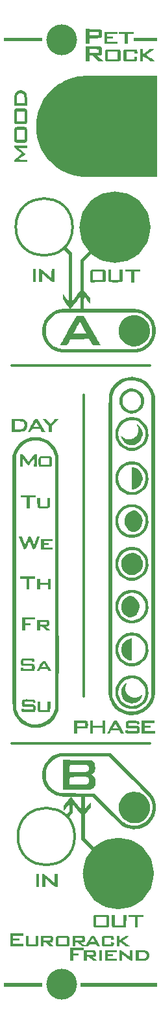
<source format=gts>
G04 #@! TF.GenerationSoftware,KiCad,Pcbnew,8.0.2*
G04 #@! TF.CreationDate,2024-05-01T23:13:20+02:00*
G04 #@! TF.ProjectId,PetRockPanel,50657452-6f63-46b5-9061-6e656c2e6b69,rev?*
G04 #@! TF.SameCoordinates,Original*
G04 #@! TF.FileFunction,Soldermask,Top*
G04 #@! TF.FilePolarity,Negative*
%FSLAX46Y46*%
G04 Gerber Fmt 4.6, Leading zero omitted, Abs format (unit mm)*
G04 Created by KiCad (PCBNEW 8.0.2) date 2024-05-01 23:13:20*
%MOMM*%
%LPD*%
G01*
G04 APERTURE LIST*
%ADD10C,0.360000*%
%ADD11C,4.625339*%
%ADD12C,0.300000*%
%ADD13C,0.000000*%
%ADD14C,4.000000*%
G04 APERTURE END LIST*
D10*
X85217000Y-82550000D02*
X67183000Y-82550000D01*
D11*
X83003530Y-64643000D02*
G75*
G02*
X78378192Y-64643000I-2312669J0D01*
G01*
X78378192Y-64643000D02*
G75*
G02*
X83003530Y-64643000I2312669J0D01*
G01*
D12*
X75158600Y-64617600D02*
G75*
G02*
X67748938Y-64617600I-3704831J0D01*
G01*
X67748938Y-64617600D02*
G75*
G02*
X75158600Y-64617600I3704831J0D01*
G01*
D10*
X76581000Y-86360000D02*
X76581000Y-125476000D01*
X85217000Y-131572000D02*
X67183000Y-131572000D01*
D12*
X75434431Y-143687800D02*
G75*
G02*
X68024769Y-143687800I-3704831J0D01*
G01*
X68024769Y-143687800D02*
G75*
G02*
X75434431Y-143687800I3704831J0D01*
G01*
D11*
X83435330Y-148488400D02*
G75*
G02*
X78809992Y-148488400I-2312669J0D01*
G01*
X78809992Y-148488400D02*
G75*
G02*
X83435330Y-148488400I2312669J0D01*
G01*
D13*
G36*
X70390597Y-70921537D02*
G01*
X70390597Y-71760673D01*
X70196951Y-71760673D01*
X70003304Y-71760673D01*
X70003304Y-70921537D01*
X70003304Y-70082401D01*
X70196951Y-70082401D01*
X70390597Y-70082401D01*
X70390597Y-70921537D01*
G37*
G36*
X70810165Y-149413024D02*
G01*
X70810165Y-150252160D01*
X70616519Y-150252160D01*
X70422872Y-150252160D01*
X70422872Y-149413024D01*
X70422872Y-148573888D01*
X70616519Y-148573888D01*
X70810165Y-148573888D01*
X70810165Y-149413024D01*
G37*
G36*
X71229733Y-40293075D02*
G01*
X71229733Y-40518996D01*
X68712325Y-40518996D01*
X66194918Y-40518996D01*
X66194918Y-40293075D01*
X66194918Y-40067154D01*
X68712325Y-40067154D01*
X71229733Y-40067154D01*
X71229733Y-40293075D01*
G37*
G36*
X71229733Y-162936023D02*
G01*
X71229733Y-163161944D01*
X68712325Y-163161944D01*
X66194918Y-163161944D01*
X66194918Y-162936023D01*
X66194918Y-162710101D01*
X68712325Y-162710101D01*
X71229733Y-162710101D01*
X71229733Y-162936023D01*
G37*
G36*
X78975604Y-159127636D02*
G01*
X78975604Y-159805400D01*
X78798094Y-159805400D01*
X78620585Y-159805400D01*
X78620585Y-159127636D01*
X78620585Y-158449873D01*
X78798094Y-158449873D01*
X78975604Y-158449873D01*
X78975604Y-159127636D01*
G37*
G36*
X86205083Y-40293075D02*
G01*
X86205083Y-40518996D01*
X84672046Y-40518996D01*
X83139009Y-40518996D01*
X83139009Y-40293075D01*
X83139009Y-40067154D01*
X84672046Y-40067154D01*
X86205083Y-40067154D01*
X86205083Y-40293075D01*
G37*
G36*
X86205083Y-162936023D02*
G01*
X86205083Y-163161944D01*
X81186404Y-163161944D01*
X76167726Y-163161944D01*
X76167726Y-162936023D01*
X76167726Y-162710101D01*
X81186404Y-162710101D01*
X86205083Y-162710101D01*
X86205083Y-162936023D01*
G37*
G36*
X70293774Y-110118869D02*
G01*
X70293774Y-110264104D01*
X69906480Y-110264104D01*
X69519187Y-110264104D01*
X69519187Y-110958005D01*
X69519187Y-111651906D01*
X69325540Y-111651906D01*
X69131893Y-111651906D01*
X69131893Y-110958005D01*
X69131893Y-110264104D01*
X68744600Y-110264104D01*
X68357306Y-110264104D01*
X68357306Y-110118869D01*
X68357306Y-109973634D01*
X69325540Y-109973634D01*
X70293774Y-109973634D01*
X70293774Y-110118869D01*
G37*
G36*
X70326048Y-99565120D02*
G01*
X70326048Y-99710356D01*
X69938755Y-99710356D01*
X69551461Y-99710356D01*
X69551461Y-100404256D01*
X69551461Y-101098157D01*
X69357815Y-101098157D01*
X69164168Y-101098157D01*
X69164168Y-100404256D01*
X69164168Y-99710356D01*
X68776874Y-99710356D01*
X68389581Y-99710356D01*
X68389581Y-99565120D01*
X68389581Y-99419885D01*
X69357815Y-99419885D01*
X70326048Y-99419885D01*
X70326048Y-99565120D01*
G37*
G36*
X83139009Y-39437802D02*
G01*
X83139009Y-39583037D01*
X82767853Y-39583037D01*
X82396696Y-39583037D01*
X82396696Y-40228526D01*
X82396696Y-40874015D01*
X82186912Y-40874015D01*
X81977128Y-40874015D01*
X81977128Y-40228526D01*
X81977128Y-39583037D01*
X81589835Y-39583037D01*
X81202541Y-39583037D01*
X81202541Y-39437802D01*
X81202541Y-39292566D01*
X82170775Y-39292566D01*
X83139009Y-39292566D01*
X83139009Y-39437802D01*
G37*
G36*
X83978145Y-70259911D02*
G01*
X83978145Y-70405146D01*
X83590851Y-70405146D01*
X83203558Y-70405146D01*
X83203558Y-71099047D01*
X83203558Y-71792948D01*
X83009911Y-71792948D01*
X82816264Y-71792948D01*
X82816264Y-71099047D01*
X82816264Y-70405146D01*
X82428971Y-70405146D01*
X82041677Y-70405146D01*
X82041677Y-70259911D01*
X82041677Y-70114676D01*
X83009911Y-70114676D01*
X83978145Y-70114676D01*
X83978145Y-70259911D01*
G37*
G36*
X84429987Y-153979860D02*
G01*
X84429987Y-154125095D01*
X84042694Y-154125095D01*
X83655400Y-154125095D01*
X83655400Y-154818996D01*
X83655400Y-155512897D01*
X83461754Y-155512897D01*
X83268107Y-155512897D01*
X83268107Y-154818996D01*
X83268107Y-154125095D01*
X82880813Y-154125095D01*
X82493520Y-154125095D01*
X82493520Y-153979860D01*
X82493520Y-153834625D01*
X83461754Y-153834625D01*
X84429987Y-153834625D01*
X84429987Y-153979860D01*
G37*
G36*
X70293774Y-115411880D02*
G01*
X70293774Y-115557115D01*
X69632147Y-115557115D01*
X68970521Y-115557115D01*
X68970521Y-115783037D01*
X68970521Y-116008958D01*
X69325540Y-116008958D01*
X69680559Y-116008958D01*
X69680559Y-116154193D01*
X69680559Y-116299428D01*
X69325540Y-116299428D01*
X68970521Y-116299428D01*
X68970521Y-116622173D01*
X68970521Y-116944917D01*
X68776874Y-116944917D01*
X68583228Y-116944917D01*
X68583228Y-116105781D01*
X68583228Y-115266645D01*
X69438501Y-115266645D01*
X70293774Y-115266645D01*
X70293774Y-115411880D01*
G37*
G36*
X76587294Y-158272363D02*
G01*
X76587294Y-158417598D01*
X75925667Y-158417598D01*
X75264041Y-158417598D01*
X75264041Y-158643519D01*
X75264041Y-158869441D01*
X75619060Y-158869441D01*
X75974079Y-158869441D01*
X75974079Y-159014676D01*
X75974079Y-159159911D01*
X75619060Y-159159911D01*
X75264041Y-159159911D01*
X75264041Y-159482655D01*
X75264041Y-159805400D01*
X75070394Y-159805400D01*
X74876747Y-159805400D01*
X74876747Y-158966264D01*
X74876747Y-158127128D01*
X75732020Y-158127128D01*
X76587294Y-158127128D01*
X76587294Y-158272363D01*
G37*
G36*
X83082287Y-95811108D02*
G01*
X83353710Y-95879154D01*
X83602025Y-96001097D01*
X83821433Y-96168950D01*
X84006138Y-96374727D01*
X84150341Y-96610443D01*
X84248244Y-96868110D01*
X84294051Y-97139743D01*
X84281963Y-97417355D01*
X84275575Y-97454881D01*
X84189099Y-97757028D01*
X84051133Y-98024320D01*
X83866442Y-98252134D01*
X83639789Y-98435848D01*
X83375937Y-98570840D01*
X83079650Y-98652486D01*
X83034117Y-98659645D01*
X82880813Y-98681528D01*
X82880813Y-97232541D01*
X82880813Y-95783555D01*
X83082287Y-95811108D01*
G37*
G36*
X68744600Y-156400444D02*
G01*
X68744600Y-156545680D01*
X68082973Y-156545680D01*
X67421347Y-156545680D01*
X67421347Y-156723189D01*
X67421347Y-156900699D01*
X67808640Y-156900699D01*
X68195934Y-156900699D01*
X68195934Y-157045934D01*
X68195934Y-157191169D01*
X67808640Y-157191169D01*
X67421347Y-157191169D01*
X67421347Y-157400953D01*
X67421347Y-157610737D01*
X68099111Y-157610737D01*
X68776874Y-157610737D01*
X68776874Y-157772109D01*
X68776874Y-157933481D01*
X67905464Y-157933481D01*
X67034053Y-157933481D01*
X67034053Y-157094345D01*
X67034053Y-156255209D01*
X67889327Y-156255209D01*
X68744600Y-156255209D01*
X68744600Y-156400444D01*
G37*
G36*
X70906989Y-110554574D02*
G01*
X70906989Y-110812770D01*
X71423380Y-110812770D01*
X71939771Y-110812770D01*
X71939771Y-110554574D01*
X71939771Y-110296378D01*
X72117281Y-110296378D01*
X72294790Y-110296378D01*
X72294790Y-110974142D01*
X72294790Y-111651906D01*
X72117281Y-111651906D01*
X71939771Y-111651906D01*
X71939771Y-111361436D01*
X71939771Y-111070965D01*
X71423380Y-111070965D01*
X70906989Y-111070965D01*
X70906989Y-111361436D01*
X70906989Y-111651906D01*
X70729479Y-111651906D01*
X70551970Y-111651906D01*
X70551970Y-110974142D01*
X70551970Y-110296378D01*
X70729479Y-110296378D01*
X70906989Y-110296378D01*
X70906989Y-110554574D01*
G37*
G36*
X72552986Y-105197014D02*
G01*
X72552986Y-105326112D01*
X71988183Y-105326112D01*
X71423380Y-105326112D01*
X71423380Y-105455209D01*
X71423380Y-105584307D01*
X71746125Y-105584307D01*
X72068869Y-105584307D01*
X72068869Y-105713405D01*
X72068869Y-105842503D01*
X71746125Y-105842503D01*
X71423380Y-105842503D01*
X71423380Y-106003875D01*
X71423380Y-106165248D01*
X72004320Y-106165248D01*
X72585261Y-106165248D01*
X72585261Y-106294345D01*
X72585261Y-106423443D01*
X71826811Y-106423443D01*
X71068361Y-106423443D01*
X71068361Y-105745680D01*
X71068361Y-105067916D01*
X71810674Y-105067916D01*
X72552986Y-105067916D01*
X72552986Y-105197014D01*
G37*
G36*
X77813723Y-128983291D02*
G01*
X77813723Y-129306035D01*
X78426938Y-129306035D01*
X79040153Y-129306035D01*
X79040153Y-128983291D01*
X79040153Y-128660546D01*
X79233799Y-128660546D01*
X79427446Y-128660546D01*
X79427446Y-129499682D01*
X79427446Y-130338818D01*
X79233799Y-130338818D01*
X79040153Y-130338818D01*
X79040153Y-129967662D01*
X79040153Y-129596505D01*
X78426938Y-129596505D01*
X77813723Y-129596505D01*
X77813723Y-129967662D01*
X77813723Y-130338818D01*
X77620076Y-130338818D01*
X77426430Y-130338818D01*
X77426430Y-129499682D01*
X77426430Y-128660546D01*
X77620076Y-128660546D01*
X77813723Y-128660546D01*
X77813723Y-128983291D01*
G37*
G36*
X80912071Y-158578971D02*
G01*
X80912071Y-158708068D01*
X80347268Y-158708068D01*
X79782465Y-158708068D01*
X79782465Y-158837166D01*
X79782465Y-158966264D01*
X80105210Y-158966264D01*
X80427954Y-158966264D01*
X80427954Y-159095362D01*
X80427954Y-159224460D01*
X80105210Y-159224460D01*
X79782465Y-159224460D01*
X79782465Y-159385832D01*
X79782465Y-159547204D01*
X80363405Y-159547204D01*
X80944346Y-159547204D01*
X80944346Y-159676302D01*
X80944346Y-159805400D01*
X80185896Y-159805400D01*
X79427446Y-159805400D01*
X79427446Y-159127636D01*
X79427446Y-158449873D01*
X80169759Y-158449873D01*
X80912071Y-158449873D01*
X80912071Y-158578971D01*
G37*
G36*
X81008895Y-39437802D02*
G01*
X81008895Y-39583037D01*
X80347268Y-39583037D01*
X79685642Y-39583037D01*
X79685642Y-39760546D01*
X79685642Y-39938056D01*
X80072935Y-39938056D01*
X80460229Y-39938056D01*
X80460229Y-40067154D01*
X80460229Y-40196251D01*
X80072935Y-40196251D01*
X79685642Y-40196251D01*
X79685642Y-40389898D01*
X79685642Y-40583545D01*
X80363405Y-40583545D01*
X81041169Y-40583545D01*
X81041169Y-40728780D01*
X81041169Y-40874015D01*
X80169759Y-40874015D01*
X79298348Y-40874015D01*
X79298348Y-40083291D01*
X79298348Y-39292566D01*
X80153621Y-39292566D01*
X81008895Y-39292566D01*
X81008895Y-39437802D01*
G37*
G36*
X85882338Y-128805781D02*
G01*
X85882338Y-128951016D01*
X85220712Y-128951016D01*
X84559085Y-128951016D01*
X84559085Y-129128526D01*
X84559085Y-129306035D01*
X84946379Y-129306035D01*
X85333672Y-129306035D01*
X85333672Y-129451270D01*
X85333672Y-129596505D01*
X84946379Y-129596505D01*
X84559085Y-129596505D01*
X84559085Y-129806289D01*
X84559085Y-130016073D01*
X85236849Y-130016073D01*
X85914613Y-130016073D01*
X85914613Y-130177446D01*
X85914613Y-130338818D01*
X85043202Y-130338818D01*
X84171792Y-130338818D01*
X84171792Y-129499682D01*
X84171792Y-128660546D01*
X85027065Y-128660546D01*
X85882338Y-128660546D01*
X85882338Y-128805781D01*
G37*
G36*
X73110236Y-89517985D02*
G01*
X73328604Y-89527763D01*
X72908521Y-89976798D01*
X72488437Y-90425832D01*
X72488437Y-90807865D01*
X72488437Y-91189898D01*
X72278653Y-91189898D01*
X72068869Y-91189898D01*
X72068869Y-90806255D01*
X72068869Y-90422613D01*
X71772319Y-90104286D01*
X71648647Y-89971694D01*
X71527919Y-89842540D01*
X71423562Y-89731171D01*
X71349000Y-89651933D01*
X71346031Y-89648793D01*
X71216294Y-89511626D01*
X71479283Y-89511626D01*
X71742272Y-89511626D01*
X72026377Y-89832011D01*
X72310482Y-90152395D01*
X72471871Y-89969177D01*
X72574265Y-89854087D01*
X72681662Y-89735168D01*
X72762565Y-89647083D01*
X72891868Y-89508206D01*
X73110236Y-89517985D01*
G37*
G36*
X82913088Y-119435392D02*
G01*
X82912963Y-119779131D01*
X82912445Y-120063835D01*
X82911318Y-120295020D01*
X82909367Y-120478200D01*
X82906375Y-120618890D01*
X82902128Y-120722604D01*
X82896409Y-120794858D01*
X82889003Y-120841164D01*
X82879695Y-120867040D01*
X82868268Y-120877997D01*
X82856607Y-120879696D01*
X82794479Y-120871548D01*
X82695527Y-120853524D01*
X82622618Y-120838430D01*
X82349010Y-120747658D01*
X82104088Y-120604950D01*
X81893337Y-120418253D01*
X81722245Y-120195515D01*
X81596298Y-119944682D01*
X81520982Y-119673703D01*
X81501784Y-119390523D01*
X81516535Y-119236284D01*
X81591432Y-118944749D01*
X81718052Y-118681063D01*
X81890150Y-118451606D01*
X82101475Y-118262759D01*
X82345780Y-118120901D01*
X82616818Y-118032414D01*
X82711614Y-118015936D01*
X82913088Y-117988383D01*
X82913088Y-119435392D01*
G37*
G36*
X81436521Y-158453648D02*
G01*
X81486123Y-158468225D01*
X81547178Y-158498478D01*
X81627324Y-158549281D01*
X81734196Y-158625510D01*
X81875430Y-158732037D01*
X82058662Y-158873740D01*
X82076570Y-158887680D01*
X82638755Y-159325488D01*
X82647734Y-158887680D01*
X82656714Y-158449873D01*
X82817175Y-158449873D01*
X82977637Y-158449873D01*
X82977637Y-159127636D01*
X82977637Y-159805400D01*
X82855360Y-159805400D01*
X82810255Y-159801602D01*
X82761289Y-159786940D01*
X82700933Y-159756512D01*
X82621658Y-159705419D01*
X82515936Y-159628758D01*
X82376237Y-159521629D01*
X82195033Y-159379130D01*
X82169527Y-159358934D01*
X81605972Y-158912468D01*
X81597017Y-159358934D01*
X81588063Y-159805400D01*
X81427576Y-159805400D01*
X81267090Y-159805400D01*
X81267090Y-159127636D01*
X81267090Y-158449873D01*
X81390737Y-158449873D01*
X81436521Y-158453648D01*
G37*
G36*
X72778907Y-70921537D02*
G01*
X72778907Y-71760673D01*
X72639815Y-71760673D01*
X72596065Y-71758924D01*
X72553785Y-71750558D01*
X72506291Y-71730891D01*
X72446899Y-71695245D01*
X72368926Y-71638937D01*
X72265687Y-71557287D01*
X72130498Y-71445614D01*
X71956676Y-71299236D01*
X71841023Y-71201255D01*
X71181322Y-70641836D01*
X71172508Y-71201255D01*
X71163695Y-71760673D01*
X70986930Y-71760673D01*
X70810165Y-71760673D01*
X70810165Y-70921537D01*
X70810165Y-70082401D01*
X70947332Y-70082525D01*
X70990668Y-70084450D01*
X71033011Y-70093257D01*
X71081028Y-70113619D01*
X71141385Y-70150206D01*
X71220748Y-70207691D01*
X71325782Y-70290744D01*
X71463154Y-70404039D01*
X71639530Y-70552245D01*
X71746125Y-70642336D01*
X72407751Y-71202025D01*
X72416564Y-70642213D01*
X72425378Y-70082401D01*
X72602143Y-70082401D01*
X72778907Y-70082401D01*
X72778907Y-70921537D01*
G37*
G36*
X73198475Y-149413024D02*
G01*
X73198475Y-150252160D01*
X73059383Y-150252160D01*
X73015633Y-150250411D01*
X72973353Y-150242044D01*
X72925859Y-150222378D01*
X72866467Y-150186732D01*
X72788494Y-150130424D01*
X72685255Y-150048774D01*
X72550066Y-149937100D01*
X72376244Y-149790722D01*
X72260591Y-149692741D01*
X71600890Y-149133323D01*
X71592076Y-149692741D01*
X71583263Y-150252160D01*
X71406498Y-150252160D01*
X71229733Y-150252160D01*
X71229733Y-149413024D01*
X71229733Y-148573888D01*
X71366900Y-148574011D01*
X71410236Y-148575936D01*
X71452579Y-148584744D01*
X71500596Y-148605106D01*
X71560953Y-148641693D01*
X71640316Y-148699177D01*
X71745350Y-148782231D01*
X71882722Y-148895525D01*
X72059098Y-149043732D01*
X72165693Y-149133823D01*
X72827319Y-149693511D01*
X72836132Y-149133700D01*
X72844946Y-148573888D01*
X73021710Y-148573888D01*
X73198475Y-148573888D01*
X73198475Y-149413024D01*
G37*
G36*
X82836644Y-112498906D02*
G01*
X83016412Y-112565521D01*
X83062784Y-112587641D01*
X83314414Y-112744870D01*
X83522878Y-112942913D01*
X83685678Y-113173541D01*
X83800318Y-113428525D01*
X83864302Y-113699634D01*
X83875133Y-113978639D01*
X83830315Y-114257311D01*
X83727351Y-114527420D01*
X83678240Y-114616538D01*
X83542428Y-114802133D01*
X83372412Y-114971237D01*
X83182080Y-115113887D01*
X82985319Y-115220120D01*
X82796016Y-115279974D01*
X82743177Y-115287357D01*
X82597042Y-115279758D01*
X82439584Y-115238230D01*
X82180517Y-115109628D01*
X81955588Y-114932899D01*
X81770008Y-114716814D01*
X81628991Y-114470142D01*
X81537747Y-114201653D01*
X81501489Y-113920117D01*
X81516535Y-113685077D01*
X81592291Y-113390931D01*
X81721414Y-113123396D01*
X81898252Y-112890223D01*
X82117154Y-112699162D01*
X82322004Y-112580323D01*
X82510434Y-112506514D01*
X82674983Y-112479306D01*
X82836644Y-112498906D01*
G37*
G36*
X83139531Y-106918214D02*
G01*
X83400533Y-106987431D01*
X83642262Y-107103872D01*
X83858089Y-107263310D01*
X84041387Y-107461515D01*
X84185527Y-107694258D01*
X84283880Y-107957310D01*
X84329819Y-108246441D01*
X84332375Y-108328335D01*
X84302748Y-108617921D01*
X84215451Y-108891264D01*
X84076778Y-109140775D01*
X83893024Y-109358866D01*
X83670486Y-109537951D01*
X83415458Y-109670440D01*
X83157287Y-109744702D01*
X83005815Y-109768680D01*
X82884639Y-109774994D01*
X82762192Y-109763133D01*
X82622618Y-109736016D01*
X82345431Y-109643962D01*
X82096774Y-109497862D01*
X81882730Y-109304191D01*
X81709387Y-109069426D01*
X81582827Y-108800041D01*
X81518902Y-108561522D01*
X81499797Y-108287414D01*
X81538744Y-108012365D01*
X81630282Y-107746943D01*
X81768948Y-107501719D01*
X81949282Y-107287260D01*
X82165820Y-107114135D01*
X82307173Y-107036207D01*
X82586223Y-106938373D01*
X82865885Y-106900452D01*
X83139531Y-106918214D01*
G37*
G36*
X83294621Y-101405246D02*
G01*
X83494819Y-101486454D01*
X83692242Y-101611007D01*
X83874961Y-101770073D01*
X84031045Y-101954821D01*
X84143888Y-102146293D01*
X84249820Y-102438199D01*
X84291883Y-102726926D01*
X84270026Y-103015723D01*
X84184198Y-103307844D01*
X84123752Y-103443157D01*
X83992758Y-103656524D01*
X83829318Y-103840362D01*
X83642744Y-103989614D01*
X83442345Y-104099225D01*
X83237431Y-104164138D01*
X83037313Y-104179297D01*
X82851299Y-104139644D01*
X82845556Y-104137362D01*
X82579855Y-103998451D01*
X82356710Y-103818179D01*
X82177745Y-103604218D01*
X82044580Y-103364241D01*
X81958835Y-103105920D01*
X81922134Y-102836926D01*
X81936096Y-102564934D01*
X82002344Y-102297613D01*
X82122497Y-102042638D01*
X82298179Y-101807680D01*
X82343300Y-101760578D01*
X82501895Y-101625657D01*
X82681091Y-101511786D01*
X82863701Y-101427655D01*
X83032539Y-101381951D01*
X83103580Y-101376214D01*
X83294621Y-101405246D01*
G37*
G36*
X69228717Y-54203367D02*
G01*
X69228717Y-54397014D01*
X68664011Y-54397014D01*
X68099305Y-54397014D01*
X68556437Y-54743964D01*
X68704831Y-54858069D01*
X68834511Y-54960594D01*
X68936939Y-55044559D01*
X69003577Y-55102986D01*
X69025791Y-55127604D01*
X69005155Y-55157802D01*
X68940371Y-55219290D01*
X68839403Y-55305267D01*
X68710215Y-55408933D01*
X68572204Y-55514897D01*
X68106395Y-55865502D01*
X68667556Y-55874315D01*
X69228717Y-55883128D01*
X69228717Y-56043756D01*
X69228717Y-56204384D01*
X68389581Y-56204384D01*
X67550445Y-56204384D01*
X67550445Y-56047772D01*
X67552675Y-55967855D01*
X67566397Y-55910603D01*
X67602158Y-55859609D01*
X67670507Y-55798467D01*
X67752160Y-55734008D01*
X67864253Y-55646331D01*
X68005886Y-55535051D01*
X68156042Y-55416699D01*
X68252975Y-55340076D01*
X68552074Y-55103297D01*
X68059328Y-54725620D01*
X67566582Y-54347942D01*
X67556827Y-54178831D01*
X67547072Y-54009720D01*
X68387894Y-54009720D01*
X69228717Y-54009720D01*
X69228717Y-54203367D01*
G37*
G36*
X69422363Y-157126620D02*
G01*
X69422363Y-157675286D01*
X69890343Y-157675286D01*
X70358323Y-157675286D01*
X70358323Y-157126620D01*
X70358323Y-156577954D01*
X70535832Y-156577954D01*
X70713342Y-156577954D01*
X70713342Y-157121804D01*
X70711159Y-157365102D01*
X70703595Y-157551843D01*
X70689124Y-157689906D01*
X70666222Y-157787165D01*
X70633365Y-157851500D01*
X70589028Y-157890787D01*
X70562045Y-157903512D01*
X70505869Y-157912895D01*
X70396702Y-157921077D01*
X70246098Y-157927563D01*
X70065611Y-157931862D01*
X69866796Y-157933479D01*
X69859543Y-157933481D01*
X69641461Y-157932972D01*
X69478386Y-157930886D01*
X69360779Y-157926381D01*
X69279103Y-157918619D01*
X69223819Y-157906758D01*
X69185389Y-157889959D01*
X69159675Y-157871838D01*
X69133216Y-157848291D01*
X69113527Y-157820319D01*
X69099404Y-157778517D01*
X69089642Y-157713477D01*
X69083038Y-157615792D01*
X69078386Y-157476056D01*
X69074482Y-157284862D01*
X69072898Y-157194074D01*
X69062315Y-156577954D01*
X69242339Y-156577954D01*
X69422363Y-156577954D01*
X69422363Y-157126620D01*
G37*
G36*
X70906989Y-100291296D02*
G01*
X70906989Y-100839962D01*
X71374968Y-100839962D01*
X71842948Y-100839962D01*
X71842948Y-100291296D01*
X71842948Y-99742630D01*
X72020458Y-99742630D01*
X72197967Y-99742630D01*
X72197967Y-100286480D01*
X72195784Y-100529778D01*
X72188220Y-100716519D01*
X72173749Y-100854581D01*
X72150847Y-100951841D01*
X72117990Y-101016176D01*
X72073653Y-101055463D01*
X72046670Y-101068188D01*
X71990494Y-101077571D01*
X71881327Y-101085753D01*
X71730723Y-101092239D01*
X71550237Y-101096538D01*
X71351421Y-101098155D01*
X71344168Y-101098157D01*
X71126086Y-101097648D01*
X70963011Y-101095562D01*
X70845405Y-101091057D01*
X70763728Y-101083295D01*
X70708444Y-101071434D01*
X70670015Y-101054635D01*
X70644300Y-101036514D01*
X70617841Y-101012967D01*
X70598152Y-100984995D01*
X70584029Y-100943193D01*
X70574267Y-100878153D01*
X70567663Y-100780468D01*
X70563011Y-100640732D01*
X70559107Y-100449538D01*
X70557524Y-100358750D01*
X70546940Y-99742630D01*
X70726964Y-99742630D01*
X70906989Y-99742630D01*
X70906989Y-100291296D01*
G37*
G36*
X70971538Y-126756353D02*
G01*
X70971538Y-127305019D01*
X71439517Y-127305019D01*
X71907497Y-127305019D01*
X71907497Y-126756353D01*
X71907497Y-126207687D01*
X72085006Y-126207687D01*
X72262516Y-126207687D01*
X72262516Y-126751537D01*
X72260333Y-126994835D01*
X72252769Y-127181576D01*
X72238298Y-127319639D01*
X72215396Y-127416899D01*
X72182539Y-127481233D01*
X72138202Y-127520520D01*
X72111219Y-127533245D01*
X72055043Y-127542628D01*
X71945876Y-127550810D01*
X71795272Y-127557296D01*
X71614785Y-127561595D01*
X71415970Y-127563213D01*
X71408717Y-127563215D01*
X71190635Y-127562706D01*
X71027560Y-127560619D01*
X70909954Y-127556114D01*
X70828277Y-127548352D01*
X70772993Y-127536491D01*
X70734564Y-127519692D01*
X70708849Y-127501571D01*
X70682390Y-127478024D01*
X70662701Y-127450053D01*
X70648578Y-127408250D01*
X70638816Y-127343210D01*
X70632212Y-127245525D01*
X70627560Y-127105789D01*
X70623656Y-126914596D01*
X70622072Y-126823807D01*
X70611489Y-126207687D01*
X70791513Y-126207687D01*
X70971538Y-126207687D01*
X70971538Y-126756353D01*
G37*
G36*
X80202033Y-70792439D02*
G01*
X80202033Y-71470203D01*
X80750699Y-71470203D01*
X81299365Y-71470203D01*
X81299365Y-70792439D01*
X81299365Y-70114676D01*
X81511790Y-70114676D01*
X81724216Y-70114676D01*
X81711949Y-70848920D01*
X81707280Y-71063066D01*
X81700971Y-71257742D01*
X81693513Y-71422917D01*
X81685398Y-71548558D01*
X81677117Y-71624634D01*
X81673122Y-71640838D01*
X81645069Y-71687593D01*
X81604044Y-71723817D01*
X81542277Y-71750801D01*
X81452003Y-71769836D01*
X81325455Y-71782211D01*
X81154866Y-71789216D01*
X80932468Y-71792143D01*
X80760370Y-71792472D01*
X80494029Y-71790860D01*
X80287391Y-71786261D01*
X80135672Y-71778424D01*
X80034085Y-71767098D01*
X79977843Y-71752034D01*
X79976748Y-71751493D01*
X79927556Y-71722204D01*
X79889474Y-71684860D01*
X79861091Y-71631430D01*
X79840995Y-71553879D01*
X79827772Y-71444174D01*
X79820010Y-71294284D01*
X79816298Y-71096175D01*
X79815222Y-70841814D01*
X79815215Y-70832782D01*
X79814740Y-70114676D01*
X80008386Y-70114676D01*
X80202033Y-70114676D01*
X80202033Y-70792439D01*
G37*
G36*
X80653876Y-154512389D02*
G01*
X80653876Y-155190152D01*
X81202541Y-155190152D01*
X81751207Y-155190152D01*
X81751207Y-154512389D01*
X81751207Y-153834625D01*
X81963633Y-153834625D01*
X82176058Y-153834625D01*
X82163791Y-154568869D01*
X82159123Y-154783015D01*
X82152813Y-154977691D01*
X82145355Y-155142866D01*
X82137240Y-155268507D01*
X82128960Y-155344583D01*
X82124964Y-155360787D01*
X82096912Y-155407542D01*
X82055886Y-155443766D01*
X81994120Y-155470751D01*
X81903846Y-155489785D01*
X81777298Y-155502160D01*
X81606708Y-155509165D01*
X81384310Y-155512092D01*
X81212213Y-155512421D01*
X80945871Y-155510809D01*
X80739234Y-155506210D01*
X80587515Y-155498373D01*
X80485927Y-155487047D01*
X80429685Y-155471983D01*
X80428590Y-155471442D01*
X80379398Y-155442153D01*
X80341317Y-155404810D01*
X80312934Y-155351379D01*
X80292837Y-155273828D01*
X80279614Y-155164124D01*
X80271853Y-155014233D01*
X80268140Y-154816124D01*
X80267064Y-154561764D01*
X80267058Y-154552732D01*
X80266582Y-153834625D01*
X80460229Y-153834625D01*
X80653876Y-153834625D01*
X80653876Y-154512389D01*
G37*
G36*
X70436797Y-89512656D02*
G01*
X70632656Y-89513687D01*
X71105571Y-90351792D01*
X71578486Y-91189898D01*
X71356163Y-91189898D01*
X71133839Y-91189898D01*
X71036086Y-90996251D01*
X70938334Y-90802605D01*
X70412204Y-90802605D01*
X69886074Y-90802605D01*
X69793520Y-90996251D01*
X69700965Y-91189898D01*
X69499012Y-91189898D01*
X69297059Y-91189898D01*
X69556008Y-90729987D01*
X69666100Y-90534391D01*
X69692614Y-90487260D01*
X70073232Y-90487260D01*
X70098834Y-90497215D01*
X70176486Y-90505273D01*
X70293694Y-90510534D01*
X70418244Y-90512134D01*
X70774015Y-90512134D01*
X70626044Y-90229733D01*
X70558974Y-90104605D01*
X70499577Y-89998975D01*
X70456256Y-89927533D01*
X70441723Y-89907460D01*
X70417479Y-89902362D01*
X70381817Y-89935656D01*
X70329789Y-90013811D01*
X70256448Y-90143292D01*
X70244681Y-90164987D01*
X70177121Y-90290474D01*
X70121366Y-90394873D01*
X70084375Y-90465109D01*
X70073232Y-90487260D01*
X69692614Y-90487260D01*
X69786523Y-90320331D01*
X69904337Y-90110814D01*
X70006602Y-89928851D01*
X70027948Y-89890851D01*
X70240938Y-89511626D01*
X70436797Y-89512656D01*
G37*
G36*
X80764624Y-128661576D02*
G01*
X80960483Y-128662606D01*
X81433398Y-129500712D01*
X81906313Y-130338818D01*
X81683990Y-130338818D01*
X81461666Y-130338818D01*
X81363914Y-130145171D01*
X81266161Y-129951525D01*
X80740031Y-129951525D01*
X80213902Y-129951525D01*
X80121347Y-130145171D01*
X80028792Y-130338818D01*
X79826839Y-130338818D01*
X79624886Y-130338818D01*
X79883835Y-129878907D01*
X79993927Y-129683311D01*
X80020441Y-129636180D01*
X80401059Y-129636180D01*
X80426662Y-129646135D01*
X80504313Y-129654193D01*
X80621521Y-129659454D01*
X80746071Y-129661054D01*
X81101842Y-129661054D01*
X80953871Y-129378653D01*
X80886801Y-129253525D01*
X80827405Y-129147895D01*
X80784083Y-129076453D01*
X80769550Y-129056380D01*
X80745306Y-129051282D01*
X80709644Y-129084576D01*
X80657617Y-129162731D01*
X80584275Y-129292212D01*
X80572509Y-129313907D01*
X80504948Y-129439394D01*
X80449194Y-129543793D01*
X80412202Y-129614029D01*
X80401059Y-129636180D01*
X80020441Y-129636180D01*
X80114350Y-129469251D01*
X80232164Y-129259734D01*
X80334429Y-129077771D01*
X80355775Y-129039771D01*
X80568765Y-128660546D01*
X80764624Y-128661576D01*
G37*
G36*
X71993189Y-121544028D02*
G01*
X72104962Y-121727472D01*
X72204613Y-121892712D01*
X72287420Y-122031778D01*
X72348660Y-122136699D01*
X72383610Y-122199505D01*
X72390002Y-122213723D01*
X72361654Y-122226697D01*
X72286553Y-122235482D01*
X72205362Y-122237929D01*
X72019109Y-122237929D01*
X71939771Y-122092694D01*
X71860433Y-121947458D01*
X71407861Y-121947458D01*
X70955290Y-121947458D01*
X70878242Y-122092694D01*
X70831009Y-122176411D01*
X70788921Y-122219555D01*
X70728741Y-122235577D01*
X70627342Y-122237929D01*
X70453489Y-122237929D01*
X70501057Y-122149174D01*
X70531785Y-122095240D01*
X70590131Y-121995871D01*
X70670281Y-121860850D01*
X70766423Y-121699961D01*
X70772850Y-121689263D01*
X71106136Y-121689263D01*
X71412771Y-121689263D01*
X71719406Y-121689263D01*
X71598639Y-121471410D01*
X71518392Y-121326050D01*
X71462326Y-121233949D01*
X71420556Y-121193535D01*
X71383197Y-121203240D01*
X71340363Y-121261494D01*
X71282170Y-121366728D01*
X71254991Y-121416844D01*
X71106136Y-121689263D01*
X70772850Y-121689263D01*
X70872743Y-121522985D01*
X70898963Y-121479479D01*
X71249302Y-120898539D01*
X71423645Y-120898539D01*
X71597987Y-120898539D01*
X71993189Y-121544028D01*
G37*
G36*
X83571083Y-137917110D02*
G01*
X83892623Y-137997197D01*
X84190423Y-138134126D01*
X84471226Y-138330718D01*
X84642909Y-138486940D01*
X84868942Y-138742643D01*
X85037566Y-139008460D01*
X85155833Y-139297937D01*
X85228887Y-139612804D01*
X85252421Y-139769552D01*
X85262976Y-139890121D01*
X85260613Y-140001551D01*
X85245395Y-140130880D01*
X85230300Y-140227211D01*
X85141496Y-140581147D01*
X84997982Y-140906755D01*
X84804487Y-141198821D01*
X84565742Y-141452131D01*
X84286477Y-141661469D01*
X83971421Y-141821620D01*
X83705100Y-141908727D01*
X83536203Y-141937468D01*
X83328665Y-141951786D01*
X83106751Y-141951719D01*
X82894728Y-141937307D01*
X82716862Y-141908587D01*
X82710815Y-141907145D01*
X82384519Y-141796113D01*
X82086956Y-141631739D01*
X81822971Y-141420645D01*
X81597410Y-141169455D01*
X81415117Y-140884791D01*
X81280938Y-140573278D01*
X81199718Y-140241538D01*
X81176301Y-139896194D01*
X81179689Y-139814117D01*
X81230001Y-139453187D01*
X81335370Y-139123923D01*
X81498211Y-138821005D01*
X81720938Y-138539115D01*
X81791539Y-138466034D01*
X82061648Y-138241815D01*
X82365721Y-138070687D01*
X82697722Y-137955081D01*
X83051613Y-137897431D01*
X83219056Y-137891042D01*
X83571083Y-137917110D01*
G37*
G36*
X84333164Y-41858386D02*
G01*
X84334879Y-41990139D01*
X84339490Y-42093531D01*
X84346193Y-42154546D01*
X84350733Y-42164993D01*
X84381801Y-42147526D01*
X84456660Y-42099177D01*
X84566181Y-42026025D01*
X84701236Y-41934146D01*
X84810644Y-41858783D01*
X85252986Y-41552573D01*
X85543456Y-41552288D01*
X85833926Y-41552004D01*
X85292127Y-41912624D01*
X85103642Y-42039290D01*
X84964413Y-42136080D01*
X84868980Y-42207364D01*
X84811884Y-42257509D01*
X84787664Y-42290885D01*
X84790861Y-42311859D01*
X84791873Y-42312883D01*
X84829952Y-42342535D01*
X84912654Y-42402778D01*
X85031470Y-42487553D01*
X85177888Y-42590800D01*
X85343399Y-42706460D01*
X85395794Y-42742875D01*
X85958171Y-43133227D01*
X85643267Y-43133227D01*
X85328363Y-43133227D01*
X84875072Y-42807895D01*
X84723731Y-42700101D01*
X84588567Y-42605377D01*
X84479109Y-42530280D01*
X84404883Y-42481363D01*
X84377472Y-42465560D01*
X84357315Y-42469278D01*
X84344109Y-42505116D01*
X84336583Y-42582404D01*
X84333467Y-42710472D01*
X84333164Y-42790892D01*
X84333164Y-43133227D01*
X84139517Y-43133227D01*
X83945870Y-43133227D01*
X83945870Y-42342503D01*
X83945870Y-41551779D01*
X84139517Y-41551779D01*
X84333164Y-41551779D01*
X84333164Y-41858386D01*
G37*
G36*
X77877584Y-38944258D02*
G01*
X78845130Y-38953685D01*
X78934572Y-39043173D01*
X78971735Y-39082600D01*
X78996848Y-39121533D01*
X79012272Y-39172944D01*
X79020368Y-39249802D01*
X79023495Y-39365079D01*
X79024015Y-39531744D01*
X79024015Y-39534625D01*
X79023515Y-39702139D01*
X79020442Y-39818075D01*
X79012435Y-39895404D01*
X78997135Y-39947097D01*
X78972181Y-39986124D01*
X78935213Y-40025455D01*
X78934592Y-40026077D01*
X78845169Y-40115565D01*
X78119662Y-40125350D01*
X77394155Y-40135135D01*
X77394155Y-40504575D01*
X77394155Y-40874015D01*
X77152097Y-40874015D01*
X76910038Y-40874015D01*
X76910038Y-39904423D01*
X76910038Y-39776683D01*
X77394155Y-39776683D01*
X77934752Y-39776189D01*
X78117875Y-39774263D01*
X78280406Y-39769248D01*
X78410493Y-39761770D01*
X78496280Y-39752455D01*
X78523761Y-39745092D01*
X78556234Y-39694868D01*
X78570907Y-39592302D01*
X78572173Y-39534625D01*
X78564180Y-39408928D01*
X78539070Y-39338538D01*
X78523761Y-39324158D01*
X78476498Y-39313921D01*
X78376544Y-39305078D01*
X78235753Y-39298254D01*
X78065981Y-39294077D01*
X77934752Y-39293061D01*
X77394155Y-39292566D01*
X77394155Y-39534625D01*
X77394155Y-39776683D01*
X76910038Y-39776683D01*
X76910038Y-39534625D01*
X76910038Y-38934832D01*
X77877584Y-38944258D01*
G37*
G36*
X84066900Y-158455519D02*
G01*
X84288196Y-158459655D01*
X84455291Y-158464515D01*
X84578529Y-158471205D01*
X84668259Y-158480835D01*
X84734825Y-158494515D01*
X84788573Y-158513351D01*
X84839617Y-158538330D01*
X84999300Y-158650961D01*
X85103676Y-158792216D01*
X85158001Y-158970351D01*
X85166798Y-159052227D01*
X85157903Y-159276500D01*
X85099274Y-159459994D01*
X84989831Y-159604346D01*
X84828496Y-159711193D01*
X84700646Y-159759709D01*
X84600378Y-159780171D01*
X84453352Y-159794357D01*
X84253751Y-159802642D01*
X83995756Y-159805399D01*
X83989153Y-159805400D01*
X83429479Y-159805400D01*
X83429479Y-159556065D01*
X83784498Y-159556065D01*
X84168760Y-159540239D01*
X84350904Y-159530401D01*
X84482000Y-159516928D01*
X84575533Y-159497670D01*
X84644986Y-159470477D01*
X84660945Y-159461736D01*
X84760552Y-159369885D01*
X84818113Y-159245447D01*
X84833207Y-159105172D01*
X84805414Y-158965808D01*
X84734312Y-158844102D01*
X84677774Y-158791630D01*
X84630360Y-158762439D01*
X84572088Y-158742116D01*
X84489774Y-158728549D01*
X84370238Y-158719628D01*
X84200296Y-158713242D01*
X84185589Y-158712818D01*
X83784498Y-158701431D01*
X83784498Y-159128748D01*
X83784498Y-159556065D01*
X83429479Y-159556065D01*
X83429479Y-159128748D01*
X83429479Y-159125214D01*
X83429479Y-158445028D01*
X84066900Y-158455519D01*
G37*
G36*
X69025360Y-94561001D02*
G01*
X69143823Y-94715006D01*
X69249162Y-94849860D01*
X69335101Y-94957700D01*
X69395363Y-95030660D01*
X69423674Y-95060877D01*
X69424579Y-95061255D01*
X69448506Y-95037005D01*
X69504277Y-94968525D01*
X69585728Y-94863756D01*
X69686692Y-94730641D01*
X69801005Y-94577120D01*
X69811734Y-94562579D01*
X70180535Y-94062325D01*
X70333978Y-94062325D01*
X70487421Y-94062325D01*
X70487421Y-94901461D01*
X70487421Y-95740597D01*
X70308503Y-95740597D01*
X70129586Y-95740597D01*
X70139062Y-95157030D01*
X70141339Y-94931416D01*
X70139754Y-94768530D01*
X70134235Y-94666663D01*
X70124708Y-94624104D01*
X70116264Y-94627546D01*
X70066545Y-94703387D01*
X69991249Y-94809179D01*
X69898229Y-94934827D01*
X69795335Y-95070234D01*
X69690420Y-95205306D01*
X69591337Y-95329946D01*
X69505936Y-95434060D01*
X69442070Y-95507550D01*
X69407591Y-95540323D01*
X69405785Y-95541043D01*
X69370401Y-95519359D01*
X69303224Y-95450005D01*
X69209015Y-95338512D01*
X69092537Y-95190411D01*
X69011928Y-95083574D01*
X68663914Y-94615875D01*
X68655100Y-95178236D01*
X68646287Y-95740597D01*
X68485659Y-95740597D01*
X68325032Y-95740597D01*
X68325032Y-94901461D01*
X68325032Y-94062325D01*
X68484762Y-94062325D01*
X68644493Y-94062325D01*
X69025360Y-94561001D01*
G37*
G36*
X81299365Y-156836150D02*
G01*
X81301481Y-156956059D01*
X81307105Y-157046353D01*
X81315149Y-157091756D01*
X81317747Y-157094345D01*
X81349529Y-157076993D01*
X81424217Y-157029339D01*
X81531758Y-156957989D01*
X81662102Y-156869545D01*
X81710705Y-156836150D01*
X82085281Y-156577954D01*
X82329571Y-156577954D01*
X82573860Y-156577954D01*
X82114122Y-156884896D01*
X81963574Y-156986136D01*
X81833712Y-157074852D01*
X81733257Y-157144972D01*
X81670931Y-157190426D01*
X81654384Y-157204956D01*
X81679575Y-157226634D01*
X81749539Y-157278816D01*
X81855860Y-157355431D01*
X81990123Y-157450410D01*
X82130432Y-157548335D01*
X82285478Y-157656230D01*
X82422889Y-157752477D01*
X82533531Y-157830630D01*
X82608273Y-157884241D01*
X82637141Y-157906039D01*
X82622423Y-157918796D01*
X82555370Y-157928324D01*
X82448171Y-157933162D01*
X82408096Y-157933481D01*
X82148390Y-157933481D01*
X81742108Y-157643011D01*
X81601214Y-157543079D01*
X81479123Y-157457997D01*
X81385265Y-157394216D01*
X81329070Y-157358189D01*
X81317595Y-157352541D01*
X81309567Y-157382412D01*
X81303342Y-157462425D01*
X81299826Y-157578178D01*
X81299365Y-157643011D01*
X81299365Y-157933481D01*
X81121855Y-157933481D01*
X80944346Y-157933481D01*
X80944346Y-157255718D01*
X80944346Y-156577954D01*
X81121855Y-156577954D01*
X81299365Y-156577954D01*
X81299365Y-156836150D01*
G37*
G36*
X68186023Y-89513482D02*
G01*
X68401306Y-89520176D01*
X68571069Y-89533404D01*
X68704787Y-89554857D01*
X68811936Y-89586228D01*
X68901992Y-89629212D01*
X68984431Y-89685501D01*
X69011801Y-89707468D01*
X69139715Y-89837069D01*
X69221999Y-89983038D01*
X69264909Y-90160281D01*
X69275096Y-90334625D01*
X69255698Y-90571253D01*
X69193516Y-90765011D01*
X69085245Y-90924094D01*
X69007966Y-90997217D01*
X68926832Y-91057400D01*
X68840525Y-91103920D01*
X68739626Y-91138440D01*
X68614713Y-91162621D01*
X68456365Y-91178126D01*
X68255163Y-91186615D01*
X68001685Y-91189752D01*
X67915743Y-91189898D01*
X67259975Y-91189898D01*
X67259975Y-90875574D01*
X67647268Y-90875574D01*
X68076412Y-90861019D01*
X68270857Y-90852368D01*
X68413827Y-90840441D01*
X68518376Y-90823433D01*
X68597562Y-90799541D01*
X68632248Y-90784192D01*
X68760105Y-90693568D01*
X68840519Y-90567431D01*
X68877039Y-90399118D01*
X68880153Y-90319011D01*
X68857442Y-90130400D01*
X68791015Y-89982479D01*
X68683429Y-89880434D01*
X68656638Y-89865708D01*
X68574519Y-89843136D01*
X68430725Y-89825446D01*
X68227965Y-89812918D01*
X68107179Y-89808729D01*
X67647268Y-89796044D01*
X67647268Y-90335809D01*
X67647268Y-90875574D01*
X67259975Y-90875574D01*
X67259975Y-90350762D01*
X67259975Y-90335809D01*
X67259975Y-89511626D01*
X67915743Y-89511626D01*
X68186023Y-89513482D01*
G37*
G36*
X68469605Y-46885013D02*
G01*
X68698213Y-46931898D01*
X68892119Y-47030981D01*
X69046517Y-47178746D01*
X69156598Y-47371679D01*
X69165033Y-47393456D01*
X69182958Y-47477628D01*
X69197942Y-47625555D01*
X69209934Y-47836506D01*
X69218886Y-48109752D01*
X69221063Y-48208386D01*
X69235038Y-48910356D01*
X68390013Y-48910356D01*
X67544988Y-48910356D01*
X67552612Y-48523062D01*
X67873189Y-48523062D01*
X68393319Y-48523062D01*
X68913449Y-48523062D01*
X68899308Y-48095425D01*
X68887677Y-47867559D01*
X68867837Y-47694099D01*
X68836735Y-47565109D01*
X68791316Y-47470653D01*
X68728528Y-47400794D01*
X68673924Y-47362009D01*
X68561684Y-47315580D01*
X68414791Y-47297499D01*
X68373444Y-47296874D01*
X68215500Y-47309012D01*
X68097066Y-47348446D01*
X68072963Y-47362009D01*
X67999851Y-47416775D01*
X67946418Y-47485583D01*
X67909850Y-47578632D01*
X67887334Y-47706123D01*
X67876057Y-47878255D01*
X67873189Y-48086320D01*
X67873189Y-48523062D01*
X67552612Y-48523062D01*
X67558807Y-48208386D01*
X67561708Y-48086320D01*
X67565094Y-47943812D01*
X67573728Y-47734481D01*
X67586801Y-47571089D01*
X67606412Y-47444332D01*
X67634653Y-47344903D01*
X67673621Y-47263499D01*
X67725411Y-47190814D01*
X67792118Y-47117545D01*
X67808091Y-47101340D01*
X67959429Y-46979102D01*
X68126808Y-46906923D01*
X68323875Y-46880342D01*
X68469605Y-46885013D01*
G37*
G36*
X76427792Y-128661519D02*
G01*
X76645040Y-128665143D01*
X76812113Y-128672477D01*
X76936188Y-128684578D01*
X77024441Y-128702505D01*
X77084049Y-128727314D01*
X77122190Y-128760066D01*
X77146040Y-128801816D01*
X77148186Y-128807227D01*
X77157695Y-128865289D01*
X77164066Y-128969559D01*
X77167298Y-129101774D01*
X77167392Y-129243670D01*
X77164348Y-129376982D01*
X77158166Y-129483446D01*
X77148845Y-129544798D01*
X77148186Y-129546648D01*
X77120423Y-129594829D01*
X77073630Y-129631522D01*
X76999914Y-129658173D01*
X76891384Y-129676225D01*
X76740146Y-129687124D01*
X76538310Y-129692314D01*
X76346838Y-129693329D01*
X75748158Y-129693329D01*
X75748158Y-130016073D01*
X75748158Y-130338818D01*
X75554511Y-130338818D01*
X75360864Y-130338818D01*
X75360864Y-129499682D01*
X75360864Y-129402859D01*
X75748158Y-129402859D01*
X76225820Y-129402859D01*
X76443795Y-129400490D01*
X76600567Y-129393227D01*
X76699310Y-129380829D01*
X76742211Y-129364129D01*
X76765669Y-129310137D01*
X76779431Y-129219422D01*
X76780940Y-129176938D01*
X76772975Y-129079049D01*
X76752900Y-129006221D01*
X76742211Y-128989746D01*
X76695520Y-128972264D01*
X76593810Y-128960142D01*
X76433906Y-128953141D01*
X76225820Y-128951016D01*
X75748158Y-128951016D01*
X75748158Y-129176938D01*
X75748158Y-129402859D01*
X75360864Y-129402859D01*
X75360864Y-129176938D01*
X75360864Y-128660546D01*
X76153191Y-128660546D01*
X76427792Y-128661519D01*
G37*
G36*
X78478033Y-70121259D02*
G01*
X78734365Y-70124290D01*
X78934050Y-70127403D01*
X79084986Y-70131310D01*
X79195072Y-70136718D01*
X79272206Y-70144340D01*
X79324286Y-70154883D01*
X79359212Y-70169059D01*
X79384881Y-70187576D01*
X79402397Y-70204327D01*
X79426876Y-70230974D01*
X79445208Y-70261216D01*
X79458283Y-70304112D01*
X79466987Y-70368717D01*
X79472208Y-70464089D01*
X79474835Y-70599284D01*
X79475755Y-70783360D01*
X79475858Y-70953812D01*
X79475624Y-71179290D01*
X79474331Y-71349277D01*
X79471091Y-71472829D01*
X79465017Y-71559002D01*
X79455221Y-71616854D01*
X79440814Y-71655441D01*
X79420910Y-71683820D01*
X79402397Y-71703296D01*
X79378496Y-71725449D01*
X79351131Y-71742739D01*
X79312404Y-71755877D01*
X79254416Y-71765572D01*
X79169269Y-71772534D01*
X79049064Y-71777473D01*
X78885903Y-71781099D01*
X78671887Y-71784121D01*
X78478033Y-71786364D01*
X77627129Y-71795918D01*
X77534848Y-71716541D01*
X77442567Y-71637164D01*
X77442567Y-71470203D01*
X77813723Y-71470203D01*
X78459212Y-71470203D01*
X79104701Y-71470203D01*
X79104701Y-70937674D01*
X79104701Y-70405146D01*
X78459212Y-70405146D01*
X77813723Y-70405146D01*
X77813723Y-70937674D01*
X77813723Y-71470203D01*
X77442567Y-71470203D01*
X77442567Y-70953812D01*
X77442567Y-70937674D01*
X77442567Y-70270459D01*
X77534848Y-70191082D01*
X77627129Y-70111705D01*
X78478033Y-70121259D01*
G37*
G36*
X78929876Y-153841208D02*
G01*
X79186208Y-153844239D01*
X79385893Y-153847352D01*
X79536829Y-153851259D01*
X79646914Y-153856668D01*
X79724048Y-153864289D01*
X79776129Y-153874832D01*
X79811054Y-153889008D01*
X79836724Y-153907525D01*
X79854240Y-153924276D01*
X79878718Y-153950923D01*
X79897051Y-153981165D01*
X79910125Y-154024061D01*
X79918829Y-154088666D01*
X79924051Y-154184038D01*
X79926678Y-154319234D01*
X79927597Y-154503309D01*
X79927700Y-154673761D01*
X79927467Y-154899239D01*
X79926174Y-155069226D01*
X79922934Y-155192778D01*
X79916860Y-155278951D01*
X79907063Y-155336803D01*
X79892656Y-155375390D01*
X79872752Y-155403769D01*
X79854240Y-155423246D01*
X79830338Y-155445398D01*
X79802974Y-155462688D01*
X79764246Y-155475826D01*
X79706258Y-155485521D01*
X79621111Y-155492483D01*
X79500907Y-155497422D01*
X79337746Y-155501048D01*
X79123730Y-155504070D01*
X78929876Y-155506314D01*
X78078972Y-155515867D01*
X77986691Y-155436490D01*
X77894409Y-155357113D01*
X77894409Y-155190152D01*
X78265566Y-155190152D01*
X78911055Y-155190152D01*
X79556544Y-155190152D01*
X79556544Y-154657624D01*
X79556544Y-154125095D01*
X78911055Y-154125095D01*
X78265566Y-154125095D01*
X78265566Y-154657624D01*
X78265566Y-155190152D01*
X77894409Y-155190152D01*
X77894409Y-154673761D01*
X77894409Y-154657624D01*
X77894409Y-153990408D01*
X77986691Y-153911031D01*
X78078972Y-153831654D01*
X78929876Y-153841208D01*
G37*
G36*
X82237313Y-123749112D02*
G01*
X82214214Y-123819380D01*
X82172037Y-123919246D01*
X82162428Y-123940051D01*
X82110019Y-124060435D01*
X82079399Y-124161110D01*
X82065046Y-124269004D01*
X82061437Y-124411042D01*
X82061465Y-124432237D01*
X82076941Y-124675311D01*
X82126927Y-124878551D01*
X82219159Y-125060521D01*
X82361375Y-125239785D01*
X82426019Y-125306954D01*
X82567541Y-125437647D01*
X82692592Y-125526712D01*
X82819293Y-125587016D01*
X82821606Y-125587882D01*
X83109610Y-125665111D01*
X83387364Y-125678692D01*
X83653459Y-125628894D01*
X83906489Y-125515992D01*
X84145045Y-125340258D01*
X84156772Y-125329640D01*
X84330095Y-125171232D01*
X84272152Y-125380192D01*
X84164167Y-125652913D01*
X84003741Y-125895131D01*
X83798562Y-126099828D01*
X83556313Y-126259984D01*
X83284680Y-126368582D01*
X83157287Y-126398324D01*
X83005815Y-126422301D01*
X82884639Y-126428616D01*
X82762192Y-126416754D01*
X82622618Y-126389637D01*
X82345431Y-126297583D01*
X82096774Y-126151483D01*
X81882730Y-125957813D01*
X81709387Y-125723047D01*
X81582827Y-125453662D01*
X81518902Y-125215143D01*
X81501268Y-124957747D01*
X81536024Y-124687073D01*
X81618748Y-124420490D01*
X81745019Y-124175365D01*
X81805687Y-124088578D01*
X81870990Y-124014397D01*
X81958747Y-123929211D01*
X82054404Y-123845390D01*
X82143403Y-123775298D01*
X82211188Y-123731304D01*
X82236527Y-123722554D01*
X82237313Y-123749112D01*
G37*
G36*
X83604208Y-90242749D02*
G01*
X83681470Y-90297758D01*
X83774604Y-90374326D01*
X83869052Y-90460085D01*
X83950259Y-90542668D01*
X83988214Y-90587689D01*
X84130410Y-90819607D01*
X84230800Y-91079818D01*
X84284961Y-91350954D01*
X84288473Y-91615648D01*
X84274999Y-91714254D01*
X84190585Y-92007142D01*
X84054465Y-92270217D01*
X83872715Y-92497225D01*
X83651412Y-92681916D01*
X83396631Y-92818038D01*
X83125013Y-92897434D01*
X82973540Y-92921412D01*
X82852364Y-92927726D01*
X82729918Y-92915865D01*
X82590343Y-92888748D01*
X82311566Y-92796257D01*
X82059990Y-92649573D01*
X81843370Y-92456019D01*
X81669457Y-92222920D01*
X81546004Y-91957598D01*
X81521749Y-91879303D01*
X81463806Y-91670343D01*
X81637129Y-91828750D01*
X81874911Y-92007675D01*
X82127238Y-92123781D01*
X82392703Y-92176796D01*
X82669897Y-92166448D01*
X82957414Y-92092464D01*
X82972295Y-92086993D01*
X83099184Y-92027072D01*
X83224110Y-91938615D01*
X83365192Y-91808751D01*
X83367882Y-91806064D01*
X83529903Y-91623248D01*
X83639167Y-91444383D01*
X83703410Y-91250904D01*
X83730369Y-91024247D01*
X83732436Y-90931347D01*
X83729769Y-90783236D01*
X83717039Y-90672588D01*
X83688723Y-90572477D01*
X83639299Y-90455979D01*
X83631473Y-90439162D01*
X83586264Y-90335329D01*
X83559235Y-90258458D01*
X83555192Y-90222659D01*
X83557374Y-90221664D01*
X83604208Y-90242749D01*
G37*
G36*
X71605932Y-94385070D02*
G01*
X72329999Y-94385070D01*
X72409218Y-94464289D01*
X72438787Y-94496127D01*
X72459899Y-94530270D01*
X72473979Y-94577470D01*
X72482449Y-94648482D01*
X72486733Y-94754060D01*
X72488253Y-94904958D01*
X72488437Y-95062833D01*
X72488091Y-95257020D01*
X72486103Y-95397412D01*
X72481051Y-95494764D01*
X72471511Y-95559829D01*
X72456059Y-95603363D01*
X72433273Y-95636119D01*
X72409218Y-95661378D01*
X72329999Y-95740597D01*
X71605932Y-95740597D01*
X71369556Y-95740214D01*
X71189013Y-95738616D01*
X71055593Y-95735133D01*
X70960581Y-95729090D01*
X70895265Y-95719818D01*
X70850934Y-95706642D01*
X70818873Y-95688892D01*
X70805672Y-95678864D01*
X70778027Y-95654313D01*
X70758034Y-95625644D01*
X70744454Y-95582838D01*
X70736048Y-95515873D01*
X70734568Y-95482401D01*
X71068361Y-95482401D01*
X71617027Y-95482401D01*
X72165693Y-95482401D01*
X72165693Y-95062833D01*
X72165693Y-94643265D01*
X71617027Y-94643265D01*
X71068361Y-94643265D01*
X71068361Y-95062833D01*
X71068361Y-95482401D01*
X70734568Y-95482401D01*
X70731577Y-95414727D01*
X70729800Y-95269380D01*
X70729479Y-95069811D01*
X70729479Y-95062833D01*
X70729479Y-95062774D01*
X70728308Y-94861007D01*
X70729511Y-94703602D01*
X70740163Y-94585088D01*
X70767338Y-94499997D01*
X70818111Y-94442856D01*
X70899555Y-94408197D01*
X71018747Y-94390549D01*
X71182759Y-94384441D01*
X71398667Y-94384404D01*
X71605932Y-94385070D01*
G37*
G36*
X73865144Y-156577954D02*
G01*
X74589211Y-156577954D01*
X74668430Y-156657173D01*
X74697999Y-156689012D01*
X74719112Y-156723154D01*
X74733191Y-156770354D01*
X74741661Y-156841366D01*
X74745945Y-156946944D01*
X74747466Y-157097842D01*
X74747649Y-157255718D01*
X74747303Y-157449904D01*
X74745316Y-157590296D01*
X74740263Y-157687648D01*
X74730723Y-157752714D01*
X74715271Y-157796247D01*
X74692485Y-157829003D01*
X74668430Y-157854262D01*
X74589211Y-157933481D01*
X73865144Y-157933481D01*
X73628768Y-157933098D01*
X73448226Y-157931501D01*
X73314805Y-157928017D01*
X73219793Y-157921975D01*
X73154477Y-157912702D01*
X73110146Y-157899526D01*
X73078085Y-157881776D01*
X73064884Y-157871749D01*
X73037239Y-157847197D01*
X73017246Y-157818529D01*
X73003666Y-157775722D01*
X72995260Y-157708757D01*
X72993780Y-157675286D01*
X73327573Y-157675286D01*
X73876239Y-157675286D01*
X74424905Y-157675286D01*
X74424905Y-157255718D01*
X74424905Y-156836150D01*
X73876239Y-156836150D01*
X73327573Y-156836150D01*
X73327573Y-157255718D01*
X73327573Y-157675286D01*
X72993780Y-157675286D01*
X72990789Y-157607612D01*
X72989012Y-157462265D01*
X72988691Y-157262696D01*
X72988691Y-157255718D01*
X72988691Y-157255659D01*
X72987520Y-157053891D01*
X72988723Y-156896486D01*
X72999375Y-156777973D01*
X73026550Y-156692881D01*
X73077323Y-156635741D01*
X73158767Y-156601081D01*
X73277959Y-156583433D01*
X73441971Y-156577325D01*
X73657879Y-156577288D01*
X73865144Y-156577954D01*
G37*
G36*
X71253939Y-115590416D02*
G01*
X71505389Y-115591865D01*
X71698698Y-115595626D01*
X71840244Y-115602061D01*
X71936405Y-115611533D01*
X71993560Y-115624403D01*
X72011120Y-115633390D01*
X72075575Y-115714581D01*
X72115967Y-115831162D01*
X72133193Y-115967656D01*
X72128150Y-116108584D01*
X72101733Y-116238467D01*
X72054840Y-116341829D01*
X71988365Y-116403191D01*
X71966104Y-116410797D01*
X71884846Y-116423854D01*
X71779478Y-116434624D01*
X71757815Y-116436152D01*
X71624270Y-116444663D01*
X71947348Y-116694790D01*
X72270425Y-116944917D01*
X72020587Y-116944917D01*
X71770748Y-116944917D01*
X71487929Y-116686721D01*
X71365712Y-116576483D01*
X71278028Y-116503061D01*
X71212424Y-116459011D01*
X71156449Y-116436890D01*
X71097652Y-116429253D01*
X71056049Y-116428526D01*
X70906989Y-116428526D01*
X70906989Y-116686721D01*
X70906989Y-116944917D01*
X70729479Y-116944917D01*
X70551970Y-116944917D01*
X70551970Y-116267154D01*
X70551970Y-116170330D01*
X70906989Y-116170330D01*
X71320102Y-116170330D01*
X71527063Y-116167207D01*
X71671097Y-116157761D01*
X71753528Y-116141879D01*
X71771944Y-116131601D01*
X71804315Y-116061701D01*
X71806783Y-115970744D01*
X71779347Y-115894877D01*
X71771944Y-115886315D01*
X71719517Y-115867205D01*
X71606141Y-115854587D01*
X71430494Y-115848349D01*
X71320102Y-115847586D01*
X70906989Y-115847586D01*
X70906989Y-116008958D01*
X70906989Y-116170330D01*
X70551970Y-116170330D01*
X70551970Y-116008958D01*
X70551970Y-115589390D01*
X71253939Y-115590416D01*
G37*
G36*
X71738056Y-156578980D02*
G01*
X71989506Y-156580429D01*
X72182815Y-156584190D01*
X72324360Y-156590625D01*
X72420522Y-156600097D01*
X72477677Y-156612967D01*
X72495237Y-156621954D01*
X72559691Y-156703145D01*
X72600084Y-156819726D01*
X72617310Y-156956220D01*
X72612267Y-157097148D01*
X72585850Y-157227032D01*
X72538957Y-157330393D01*
X72472482Y-157391755D01*
X72450221Y-157399361D01*
X72368963Y-157412418D01*
X72263595Y-157423188D01*
X72241932Y-157424716D01*
X72108387Y-157433227D01*
X72431464Y-157683354D01*
X72754542Y-157933481D01*
X72504703Y-157933481D01*
X72254865Y-157933481D01*
X71972046Y-157675286D01*
X71849829Y-157565047D01*
X71762145Y-157491625D01*
X71696541Y-157447575D01*
X71640566Y-157425454D01*
X71581768Y-157417817D01*
X71540166Y-157417090D01*
X71391106Y-157417090D01*
X71391106Y-157675286D01*
X71391106Y-157933481D01*
X71213596Y-157933481D01*
X71036086Y-157933481D01*
X71036086Y-157255718D01*
X71036086Y-157158894D01*
X71391106Y-157158894D01*
X71804219Y-157158894D01*
X72011180Y-157155771D01*
X72155214Y-157146325D01*
X72237645Y-157130443D01*
X72256061Y-157120165D01*
X72288432Y-157050265D01*
X72290900Y-156959308D01*
X72263464Y-156883442D01*
X72256061Y-156874879D01*
X72203634Y-156855769D01*
X72090258Y-156843152D01*
X71914611Y-156836913D01*
X71804219Y-156836150D01*
X71391106Y-156836150D01*
X71391106Y-156997522D01*
X71391106Y-157158894D01*
X71036086Y-157158894D01*
X71036086Y-156997522D01*
X71036086Y-156577954D01*
X71738056Y-156578980D01*
G37*
G36*
X81100853Y-41571430D02*
G01*
X81233188Y-41587081D01*
X81327032Y-41618045D01*
X81388865Y-41669165D01*
X81425169Y-41745287D01*
X81442428Y-41851254D01*
X81447122Y-41991909D01*
X81445734Y-42172098D01*
X81444600Y-42342503D01*
X81446150Y-42560419D01*
X81446388Y-42733370D01*
X81438695Y-42866563D01*
X81416450Y-42965205D01*
X81373036Y-43034504D01*
X81301833Y-43079666D01*
X81196222Y-43105898D01*
X81049582Y-43118408D01*
X80855296Y-43122404D01*
X80606744Y-43123091D01*
X80451317Y-43123890D01*
X80220557Y-43124639D01*
X80008330Y-43123232D01*
X79824036Y-43119900D01*
X79677072Y-43114871D01*
X79576839Y-43108375D01*
X79534448Y-43101504D01*
X79488583Y-43076910D01*
X79453942Y-43040498D01*
X79428984Y-42983765D01*
X79412171Y-42898207D01*
X79407565Y-42842757D01*
X79782465Y-42842757D01*
X80411817Y-42842757D01*
X81041169Y-42842757D01*
X81041169Y-42342503D01*
X81041169Y-41842249D01*
X80411817Y-41842249D01*
X79782465Y-41842249D01*
X79782465Y-42342503D01*
X79782465Y-42842757D01*
X79407565Y-42842757D01*
X79401963Y-42775320D01*
X79396821Y-42606602D01*
X79395207Y-42383548D01*
X79395179Y-42342503D01*
X79395172Y-42332063D01*
X79395698Y-42116253D01*
X79397855Y-41955334D01*
X79402508Y-41839654D01*
X79410523Y-41759561D01*
X79422765Y-41705401D01*
X79440101Y-41667522D01*
X79456869Y-41644109D01*
X79518566Y-41567916D01*
X80408069Y-41567916D01*
X80694775Y-41566692D01*
X80923542Y-41566249D01*
X81100853Y-41571430D01*
G37*
G36*
X83519586Y-76056191D02*
G01*
X83803153Y-76120392D01*
X83832600Y-76130199D01*
X84173175Y-76279689D01*
X84474888Y-76478132D01*
X84733577Y-76722206D01*
X84945082Y-77008593D01*
X84955864Y-77026516D01*
X85065711Y-77231707D01*
X85142389Y-77429179D01*
X85190400Y-77637344D01*
X85214244Y-77874610D01*
X85218925Y-78102605D01*
X85216715Y-78285278D01*
X85210367Y-78420633D01*
X85197597Y-78525875D01*
X85176118Y-78618208D01*
X85143644Y-78714835D01*
X85134275Y-78739753D01*
X84974154Y-79076360D01*
X84767116Y-79373710D01*
X84517861Y-79627280D01*
X84231089Y-79832548D01*
X83911501Y-79984995D01*
X83800635Y-80022633D01*
X83582398Y-80072853D01*
X83338973Y-80101350D01*
X83095138Y-80106862D01*
X82875672Y-80088128D01*
X82800127Y-80073533D01*
X82434220Y-79958392D01*
X82110696Y-79794566D01*
X81829538Y-79582040D01*
X81590727Y-79320798D01*
X81394247Y-79010826D01*
X81272109Y-78739753D01*
X81238043Y-78645265D01*
X81214665Y-78559847D01*
X81200002Y-78467705D01*
X81192083Y-78353049D01*
X81188935Y-78200087D01*
X81188514Y-78070330D01*
X81189591Y-77883396D01*
X81194136Y-77745202D01*
X81204123Y-77639956D01*
X81221522Y-77551866D01*
X81248306Y-77465140D01*
X81272109Y-77400908D01*
X81436037Y-77056901D01*
X81645468Y-76756991D01*
X81897867Y-76503598D01*
X82190697Y-76299142D01*
X82521422Y-76146045D01*
X82622618Y-76112045D01*
X82905530Y-76051661D01*
X83212449Y-76033162D01*
X83519586Y-76056191D01*
G37*
G36*
X77353812Y-158450899D02*
G01*
X77605262Y-158452348D01*
X77798571Y-158456109D01*
X77940116Y-158462544D01*
X78036278Y-158472016D01*
X78093433Y-158484885D01*
X78110993Y-158493872D01*
X78175448Y-158575064D01*
X78215840Y-158691645D01*
X78233066Y-158828139D01*
X78228023Y-158969066D01*
X78201606Y-159098950D01*
X78154713Y-159202312D01*
X78088238Y-159263674D01*
X78065977Y-159271280D01*
X77984719Y-159284336D01*
X77879351Y-159295107D01*
X77857688Y-159296635D01*
X77724143Y-159305146D01*
X78047220Y-159555273D01*
X78370298Y-159805400D01*
X78120459Y-159805400D01*
X77870621Y-159805400D01*
X77587802Y-159547204D01*
X77465585Y-159436966D01*
X77377901Y-159363544D01*
X77312297Y-159319494D01*
X77256322Y-159297373D01*
X77197525Y-159289736D01*
X77155922Y-159289009D01*
X77006862Y-159289009D01*
X77006862Y-159547204D01*
X77006862Y-159805400D01*
X76829352Y-159805400D01*
X76651843Y-159805400D01*
X76651843Y-159127636D01*
X76651843Y-159030813D01*
X77006862Y-159030813D01*
X77419975Y-159030813D01*
X77626936Y-159027689D01*
X77770970Y-159018243D01*
X77853401Y-159002361D01*
X77871817Y-158992084D01*
X77901640Y-158931733D01*
X77910546Y-158869441D01*
X77905202Y-158807473D01*
X77882926Y-158763642D01*
X77834354Y-158734867D01*
X77750120Y-158718068D01*
X77620860Y-158710165D01*
X77437210Y-158708077D01*
X77419975Y-158708068D01*
X77006862Y-158708068D01*
X77006862Y-158869441D01*
X77006862Y-159030813D01*
X76651843Y-159030813D01*
X76651843Y-158869441D01*
X76651843Y-158449873D01*
X77353812Y-158450899D01*
G37*
G36*
X77877584Y-41203470D02*
G01*
X78845130Y-41212897D01*
X78934572Y-41302385D01*
X78971735Y-41341812D01*
X78996848Y-41380745D01*
X79012272Y-41432156D01*
X79020368Y-41509015D01*
X79023495Y-41624291D01*
X79024015Y-41790957D01*
X79024015Y-41793837D01*
X79023491Y-41961456D01*
X79020370Y-42077468D01*
X79012333Y-42154817D01*
X78997058Y-42206444D01*
X78972226Y-42245292D01*
X78936192Y-42283624D01*
X78881436Y-42330241D01*
X78819062Y-42359435D01*
X78729928Y-42377206D01*
X78599150Y-42389249D01*
X78349931Y-42407052D01*
X78789852Y-42762071D01*
X79229773Y-43117090D01*
X78907001Y-43126310D01*
X78584230Y-43135530D01*
X78190908Y-42764051D01*
X77797586Y-42392571D01*
X77595870Y-42391743D01*
X77394155Y-42390915D01*
X77394155Y-42762071D01*
X77394155Y-43133227D01*
X77152097Y-43133227D01*
X76910038Y-43133227D01*
X76910038Y-42163636D01*
X76910038Y-42035896D01*
X77394155Y-42035896D01*
X77934752Y-42035401D01*
X78117875Y-42033475D01*
X78280406Y-42028460D01*
X78410493Y-42020982D01*
X78496280Y-42011667D01*
X78523761Y-42004304D01*
X78556234Y-41954080D01*
X78570907Y-41851515D01*
X78572173Y-41793837D01*
X78564180Y-41668140D01*
X78539070Y-41597750D01*
X78523761Y-41583370D01*
X78476498Y-41573133D01*
X78376544Y-41564290D01*
X78235753Y-41557467D01*
X78065981Y-41553289D01*
X77934752Y-41552273D01*
X77394155Y-41551779D01*
X77394155Y-41793837D01*
X77394155Y-42035896D01*
X76910038Y-42035896D01*
X76910038Y-41793837D01*
X76910038Y-41194044D01*
X77877584Y-41203470D01*
G37*
G36*
X68538069Y-49235519D02*
G01*
X68718073Y-49240290D01*
X68870997Y-49248804D01*
X68981589Y-49261059D01*
X69013442Y-49267783D01*
X69075704Y-49288732D01*
X69124966Y-49317851D01*
X69162618Y-49362215D01*
X69190049Y-49428902D01*
X69208649Y-49524986D01*
X69219807Y-49657544D01*
X69224911Y-49833651D01*
X69225352Y-50060384D01*
X69222663Y-50333380D01*
X69220453Y-50605833D01*
X69217675Y-50820768D01*
X69208660Y-50985012D01*
X69187743Y-51105393D01*
X69149255Y-51188740D01*
X69087529Y-51241882D01*
X68996898Y-51271646D01*
X68871695Y-51284862D01*
X68706252Y-51288356D01*
X68494901Y-51288958D01*
X68429101Y-51289512D01*
X68228980Y-51290314D01*
X68047832Y-51288420D01*
X67896765Y-51284154D01*
X67786890Y-51277844D01*
X67729315Y-51269814D01*
X67726834Y-51268917D01*
X67679333Y-51246700D01*
X67642216Y-51219545D01*
X67614082Y-51179720D01*
X67593529Y-51119492D01*
X67579154Y-51031126D01*
X67569902Y-50911372D01*
X67873189Y-50911372D01*
X68389581Y-50911372D01*
X68905972Y-50911372D01*
X68905972Y-50282020D01*
X68905972Y-49652668D01*
X68389581Y-49652668D01*
X67873189Y-49652668D01*
X67873189Y-50282020D01*
X67873189Y-50911372D01*
X67569902Y-50911372D01*
X67569556Y-50906891D01*
X67563332Y-50739052D01*
X67559081Y-50519877D01*
X67556498Y-50329330D01*
X67556038Y-50282020D01*
X67553760Y-50047721D01*
X67554376Y-49823540D01*
X67559744Y-49649696D01*
X67571263Y-49519098D01*
X67590329Y-49424654D01*
X67618341Y-49359273D01*
X67656696Y-49315864D01*
X67706791Y-49287336D01*
X67765719Y-49267783D01*
X67852322Y-49253847D01*
X67988111Y-49243653D01*
X68157835Y-49237200D01*
X68346238Y-49234489D01*
X68538069Y-49235519D01*
G37*
G36*
X68538069Y-51623829D02*
G01*
X68718073Y-51628600D01*
X68870997Y-51637114D01*
X68981589Y-51649369D01*
X69013442Y-51656094D01*
X69075704Y-51677042D01*
X69124966Y-51706161D01*
X69162618Y-51750525D01*
X69190049Y-51817212D01*
X69208649Y-51913296D01*
X69219807Y-52045854D01*
X69224911Y-52221961D01*
X69225352Y-52448694D01*
X69222663Y-52721690D01*
X69220453Y-52994144D01*
X69217675Y-53209078D01*
X69208660Y-53373322D01*
X69187743Y-53493703D01*
X69149255Y-53577050D01*
X69087529Y-53630192D01*
X68996898Y-53659957D01*
X68871695Y-53673172D01*
X68706252Y-53676666D01*
X68494901Y-53677269D01*
X68429101Y-53677822D01*
X68228980Y-53678624D01*
X68047832Y-53676730D01*
X67896765Y-53672464D01*
X67786890Y-53666154D01*
X67729315Y-53658124D01*
X67726834Y-53657227D01*
X67679333Y-53635010D01*
X67642216Y-53607855D01*
X67614082Y-53568030D01*
X67593529Y-53507802D01*
X67579154Y-53419436D01*
X67569902Y-53299682D01*
X67873189Y-53299682D01*
X68389581Y-53299682D01*
X68905972Y-53299682D01*
X68905972Y-52670330D01*
X68905972Y-52040978D01*
X68389581Y-52040978D01*
X67873189Y-52040978D01*
X67873189Y-52670330D01*
X67873189Y-53299682D01*
X67569902Y-53299682D01*
X67569556Y-53295201D01*
X67563332Y-53127362D01*
X67559081Y-52908187D01*
X67556498Y-52717640D01*
X67556038Y-52670330D01*
X67553760Y-52436031D01*
X67554376Y-52211850D01*
X67559744Y-52038006D01*
X67571263Y-51907408D01*
X67590329Y-51812964D01*
X67618341Y-51747583D01*
X67656696Y-51704174D01*
X67706791Y-51675646D01*
X67765719Y-51656094D01*
X67852322Y-51642157D01*
X67988111Y-51631963D01*
X68157835Y-51625510D01*
X68346238Y-51622799D01*
X68538069Y-51623829D01*
G37*
G36*
X69919856Y-105293988D02*
G01*
X69989824Y-105467753D01*
X70051650Y-105618004D01*
X70101456Y-105735579D01*
X70135361Y-105811316D01*
X70149453Y-105836089D01*
X70162928Y-105803999D01*
X70194227Y-105721203D01*
X70239615Y-105597835D01*
X70295355Y-105444030D01*
X70343428Y-105309974D01*
X70405661Y-105137933D01*
X70461767Y-104987052D01*
X70507690Y-104867910D01*
X70539374Y-104791085D01*
X70551414Y-104767531D01*
X70594897Y-104754305D01*
X70679460Y-104749581D01*
X70735979Y-104751393D01*
X70896932Y-104761309D01*
X70582079Y-105584307D01*
X70267227Y-106407306D01*
X70127197Y-106416442D01*
X69987167Y-106425579D01*
X69763844Y-105859799D01*
X69693529Y-105683721D01*
X69631071Y-105531218D01*
X69580298Y-105411325D01*
X69545042Y-105333078D01*
X69529132Y-105305513D01*
X69528913Y-105305628D01*
X69513759Y-105337871D01*
X69478718Y-105420395D01*
X69427798Y-105543515D01*
X69365006Y-105697548D01*
X69298577Y-105862271D01*
X69079850Y-106407306D01*
X68936431Y-106416153D01*
X68793012Y-106425001D01*
X68489939Y-105625429D01*
X68408376Y-105410227D01*
X68333983Y-105213897D01*
X68269934Y-105044823D01*
X68219406Y-104911393D01*
X68185576Y-104821992D01*
X68171810Y-104785514D01*
X68182041Y-104762261D01*
X68239779Y-104749389D01*
X68353106Y-104745185D01*
X68362377Y-104745171D01*
X68568001Y-104745171D01*
X68775181Y-105299403D01*
X68851803Y-105501041D01*
X68910350Y-105646721D01*
X68953305Y-105741676D01*
X68983149Y-105791135D01*
X69002364Y-105800331D01*
X69008710Y-105791588D01*
X69029126Y-105741215D01*
X69068341Y-105642528D01*
X69121688Y-105507345D01*
X69184496Y-105347485D01*
X69224473Y-105245425D01*
X69413888Y-104761309D01*
X69556875Y-104751736D01*
X69699862Y-104742164D01*
X69919856Y-105293988D01*
G37*
G36*
X80003582Y-156578709D02*
G01*
X80187789Y-156582997D01*
X80323294Y-156593849D01*
X80418022Y-156614298D01*
X80479896Y-156647376D01*
X80516838Y-156696115D01*
X80536772Y-156763548D01*
X80547621Y-156852707D01*
X80549880Y-156879200D01*
X80556170Y-156983278D01*
X80550401Y-157038408D01*
X80528850Y-157059653D01*
X80504568Y-157062426D01*
X80432678Y-157067850D01*
X80336246Y-157080661D01*
X80323062Y-157082786D01*
X80202033Y-157102791D01*
X80202033Y-156969470D01*
X80202033Y-156836150D01*
X79766328Y-156836150D01*
X79330623Y-156836150D01*
X79330623Y-157255718D01*
X79330623Y-157675286D01*
X79766328Y-157675286D01*
X80202033Y-157675286D01*
X80202033Y-157526459D01*
X80202033Y-157377632D01*
X80323062Y-157399082D01*
X80442897Y-157422000D01*
X80512696Y-157446107D01*
X80545982Y-157483847D01*
X80556280Y-157547664D01*
X80557052Y-157614379D01*
X80548951Y-157727821D01*
X80518661Y-157805275D01*
X80477833Y-157854262D01*
X80448960Y-157881500D01*
X80418262Y-157901646D01*
X80376208Y-157915772D01*
X80313263Y-157924944D01*
X80219894Y-157930233D01*
X80086569Y-157932708D01*
X79903755Y-157933437D01*
X79771370Y-157933481D01*
X79552627Y-157932979D01*
X79388923Y-157930915D01*
X79270753Y-157926456D01*
X79188614Y-157918770D01*
X79132999Y-157907023D01*
X79094404Y-157890382D01*
X79067934Y-157871810D01*
X79037256Y-157843446D01*
X79015718Y-157808780D01*
X79001301Y-157756230D01*
X78991988Y-157674214D01*
X78985763Y-157551152D01*
X78980609Y-157375461D01*
X78980457Y-157369548D01*
X78974501Y-157125047D01*
X78975578Y-156936868D01*
X78990966Y-156797646D01*
X79027944Y-156700015D01*
X79093790Y-156636609D01*
X79195783Y-156600065D01*
X79341203Y-156583016D01*
X79537327Y-156578097D01*
X79762752Y-156577954D01*
X80003582Y-156578709D01*
G37*
G36*
X82931425Y-41568099D02*
G01*
X83119282Y-41569104D01*
X83258883Y-41571615D01*
X83358376Y-41576317D01*
X83425906Y-41583893D01*
X83469620Y-41595028D01*
X83497665Y-41610405D01*
X83518188Y-41630709D01*
X83524384Y-41638219D01*
X83557045Y-41703005D01*
X83585039Y-41799533D01*
X83604675Y-41906143D01*
X83612263Y-42001178D01*
X83604112Y-42062979D01*
X83598244Y-42071623D01*
X83555523Y-42086850D01*
X83469598Y-42103877D01*
X83389136Y-42115226D01*
X83203558Y-42137364D01*
X83203558Y-41989806D01*
X83203558Y-41842249D01*
X82687167Y-41842249D01*
X82170775Y-41842249D01*
X82170775Y-42342503D01*
X82170775Y-42842757D01*
X82687167Y-42842757D01*
X83203558Y-42842757D01*
X83203558Y-42663785D01*
X83203558Y-42484813D01*
X83324587Y-42507441D01*
X83458916Y-42533433D01*
X83541815Y-42557358D01*
X83585088Y-42590116D01*
X83600537Y-42642609D01*
X83599966Y-42725736D01*
X83598343Y-42760256D01*
X83582815Y-42912440D01*
X83549320Y-43013793D01*
X83492108Y-43076864D01*
X83441553Y-43102498D01*
X83383051Y-43112241D01*
X83272360Y-43119896D01*
X83121538Y-43125477D01*
X82942647Y-43128997D01*
X82747746Y-43130471D01*
X82548895Y-43129912D01*
X82358154Y-43127335D01*
X82187583Y-43122753D01*
X82049242Y-43116181D01*
X81955191Y-43107634D01*
X81922758Y-43100727D01*
X81876914Y-43076613D01*
X81842280Y-43040490D01*
X81817320Y-42983884D01*
X81800500Y-42898320D01*
X81790283Y-42775322D01*
X81785134Y-42606415D01*
X81783516Y-42383124D01*
X81783482Y-42332063D01*
X81784008Y-42116253D01*
X81786165Y-41955334D01*
X81790818Y-41839654D01*
X81798833Y-41759561D01*
X81811075Y-41705401D01*
X81828411Y-41667522D01*
X81845179Y-41644109D01*
X81906876Y-41567916D01*
X82687167Y-41567916D01*
X82931425Y-41568099D01*
G37*
G36*
X76149381Y-76125992D02*
G01*
X76599016Y-76133863D01*
X77611567Y-77892821D01*
X77792278Y-78206748D01*
X77965765Y-78508131D01*
X78128949Y-78791621D01*
X78278752Y-79051871D01*
X78412096Y-79283533D01*
X78525901Y-79481258D01*
X78617091Y-79639698D01*
X78682586Y-79753506D01*
X78719309Y-79817334D01*
X78721543Y-79821220D01*
X78818969Y-79990661D01*
X78303459Y-79990661D01*
X77787948Y-79990661D01*
X77556538Y-79570711D01*
X77325128Y-79150762D01*
X76095242Y-79159212D01*
X74865357Y-79167662D01*
X74642748Y-79579161D01*
X74420140Y-79990661D01*
X73967990Y-79990661D01*
X73806269Y-79988751D01*
X73671813Y-79983501D01*
X73575734Y-79975631D01*
X73529139Y-79965861D01*
X73526599Y-79962068D01*
X73543945Y-79929838D01*
X73590524Y-79846118D01*
X73663712Y-79715556D01*
X73760886Y-79542805D01*
X73879425Y-79332513D01*
X74016706Y-79089331D01*
X74170106Y-78817909D01*
X74337003Y-78522898D01*
X74396808Y-78417281D01*
X75273513Y-78417281D01*
X75300719Y-78423754D01*
X75384190Y-78429574D01*
X75515640Y-78434499D01*
X75686786Y-78438287D01*
X75889345Y-78440696D01*
X76101928Y-78441486D01*
X76943625Y-78441486D01*
X76873719Y-78304320D01*
X76834730Y-78229220D01*
X76774743Y-78115400D01*
X76698798Y-77972266D01*
X76611935Y-77809222D01*
X76519196Y-77635674D01*
X76425619Y-77461025D01*
X76336246Y-77294682D01*
X76256117Y-77146048D01*
X76190272Y-77024530D01*
X76143751Y-76939531D01*
X76121595Y-76900456D01*
X76120592Y-76899034D01*
X76103278Y-76923583D01*
X76059231Y-76997583D01*
X75992567Y-77113787D01*
X75907402Y-77264946D01*
X75807853Y-77443812D01*
X75699018Y-77641347D01*
X75588700Y-77842522D01*
X75488527Y-78025195D01*
X75402705Y-78181697D01*
X75335441Y-78304356D01*
X75290940Y-78385504D01*
X75273513Y-78417281D01*
X74396808Y-78417281D01*
X74514774Y-78208948D01*
X74618552Y-78025798D01*
X75699746Y-76118121D01*
X76149381Y-76125992D01*
G37*
G36*
X86205083Y-51556861D02*
G01*
X86205083Y-58108577D01*
X81307433Y-58105188D01*
X80631404Y-58104641D01*
X80016843Y-58103958D01*
X79460667Y-58103110D01*
X78959796Y-58102068D01*
X78511148Y-58100800D01*
X78111642Y-58099279D01*
X77758196Y-58097473D01*
X77447728Y-58095353D01*
X77177158Y-58092889D01*
X76943404Y-58090052D01*
X76743384Y-58086812D01*
X76574017Y-58083139D01*
X76432222Y-58079003D01*
X76314916Y-58074374D01*
X76219020Y-58069223D01*
X76141450Y-58063520D01*
X76079127Y-58057235D01*
X76057113Y-58054462D01*
X75432327Y-57938755D01*
X74827808Y-57763823D01*
X74247054Y-57532747D01*
X73693566Y-57248612D01*
X73170843Y-56914500D01*
X72682383Y-56533493D01*
X72231686Y-56108676D01*
X71822253Y-55643130D01*
X71457581Y-55139939D01*
X71141170Y-54602186D01*
X70876520Y-54032954D01*
X70667131Y-53435326D01*
X70618893Y-53263367D01*
X70548479Y-52984781D01*
X70495282Y-52737999D01*
X70457114Y-52505292D01*
X70431786Y-52268930D01*
X70417112Y-52011184D01*
X70410903Y-51714323D01*
X70410293Y-51572998D01*
X70411324Y-51318620D01*
X70415523Y-51113217D01*
X70423934Y-50941251D01*
X70437601Y-50787182D01*
X70457565Y-50635472D01*
X70483971Y-50475667D01*
X70629661Y-49828070D01*
X70832352Y-49210513D01*
X71091785Y-48623509D01*
X71407704Y-48067568D01*
X71779850Y-47543204D01*
X72207966Y-47050927D01*
X72209888Y-47048922D01*
X72565471Y-46699539D01*
X72920910Y-46396883D01*
X73292967Y-46128722D01*
X73698408Y-45882825D01*
X74086023Y-45680103D01*
X74658740Y-45430796D01*
X75244550Y-45241301D01*
X75851477Y-45109403D01*
X76409784Y-45039189D01*
X76501132Y-45034243D01*
X76655258Y-45029648D01*
X76870394Y-45025415D01*
X77144770Y-45021555D01*
X77476618Y-45018080D01*
X77864167Y-45015002D01*
X78305649Y-45012332D01*
X78799293Y-45010083D01*
X79343332Y-45008266D01*
X79935996Y-45006892D01*
X80575516Y-45005974D01*
X81260121Y-45005524D01*
X81501080Y-45005479D01*
X86205083Y-45005146D01*
X86205083Y-51556861D01*
G37*
G36*
X83249369Y-85603801D02*
G01*
X83528570Y-85695507D01*
X83655400Y-85760161D01*
X83899148Y-85935951D01*
X84114972Y-86159771D01*
X84290771Y-86417073D01*
X84402141Y-86657942D01*
X84448546Y-86841034D01*
X84473322Y-87059182D01*
X84476102Y-87288165D01*
X84456515Y-87503762D01*
X84417582Y-87671982D01*
X84285737Y-87970841D01*
X84107181Y-88233427D01*
X83888144Y-88454243D01*
X83634857Y-88627795D01*
X83353552Y-88748589D01*
X83139009Y-88799511D01*
X82971602Y-88822575D01*
X82836898Y-88828759D01*
X82705110Y-88817348D01*
X82546450Y-88787627D01*
X82534271Y-88784995D01*
X82247010Y-88690742D01*
X81985054Y-88542527D01*
X81754523Y-88348019D01*
X81561538Y-88114888D01*
X81412217Y-87850803D01*
X81312681Y-87563434D01*
X81269050Y-87260451D01*
X81267567Y-87197522D01*
X81268519Y-87187865D01*
X81670521Y-87187865D01*
X81672649Y-87340267D01*
X81682036Y-87451167D01*
X81703187Y-87543553D01*
X81740606Y-87640413D01*
X81772973Y-87710734D01*
X81920854Y-87954335D01*
X82107593Y-88151140D01*
X82325851Y-88298100D01*
X82568287Y-88392165D01*
X82827563Y-88430285D01*
X83096339Y-88409410D01*
X83309946Y-88349433D01*
X83544044Y-88228511D01*
X83748932Y-88056168D01*
X83914914Y-87842514D01*
X84032295Y-87597655D01*
X84033029Y-87595549D01*
X84077690Y-87395854D01*
X84089369Y-87167988D01*
X84068689Y-86938889D01*
X84016270Y-86735499D01*
X84012964Y-86726838D01*
X83919371Y-86549698D01*
X83783014Y-86372191D01*
X83621765Y-86213831D01*
X83453495Y-86094136D01*
X83414845Y-86073718D01*
X83158510Y-85981930D01*
X82897399Y-85950296D01*
X82639882Y-85975774D01*
X82394330Y-86055324D01*
X82169114Y-86185903D01*
X81972605Y-86364470D01*
X81813173Y-86587983D01*
X81769985Y-86671381D01*
X81721870Y-86779644D01*
X81692277Y-86871316D01*
X81676816Y-86969186D01*
X81671101Y-87096039D01*
X81670521Y-87187865D01*
X81268519Y-87187865D01*
X81297013Y-86898807D01*
X81382833Y-86607006D01*
X81518706Y-86333208D01*
X81698312Y-86088505D01*
X81915330Y-85883986D01*
X82078245Y-85775116D01*
X82355251Y-85651793D01*
X82650748Y-85582058D01*
X82952774Y-85566022D01*
X83249369Y-85603801D01*
G37*
G36*
X69299338Y-120566500D02*
G01*
X69365054Y-120567266D01*
X69613330Y-120570865D01*
X69804953Y-120576470D01*
X69947814Y-120586479D01*
X70049809Y-120603291D01*
X70118829Y-120629306D01*
X70162768Y-120666924D01*
X70189521Y-120718542D01*
X70206980Y-120786560D01*
X70214314Y-120825392D01*
X70221780Y-120897302D01*
X70205101Y-120945491D01*
X70153062Y-120979530D01*
X70054449Y-121008984D01*
X69979098Y-121026089D01*
X69907829Y-121037162D01*
X69879408Y-121017663D01*
X69874208Y-120953267D01*
X69874206Y-120949515D01*
X69874206Y-120850127D01*
X69325540Y-120850127D01*
X68776874Y-120850127D01*
X68776874Y-121043774D01*
X68776874Y-121237420D01*
X69408709Y-121237420D01*
X70040544Y-121237420D01*
X70134884Y-121331761D01*
X70179801Y-121380303D01*
X70207601Y-121427407D01*
X70222376Y-121489810D01*
X70228219Y-121584250D01*
X70229225Y-121717536D01*
X70223724Y-121902901D01*
X70205035Y-122035055D01*
X70169877Y-122124568D01*
X70114973Y-122182013D01*
X70078912Y-122202095D01*
X70013131Y-122216634D01*
X69895754Y-122227546D01*
X69738821Y-122234945D01*
X69554372Y-122238943D01*
X69354444Y-122239652D01*
X69151077Y-122237187D01*
X68956311Y-122231658D01*
X68782183Y-122223180D01*
X68640733Y-122211865D01*
X68544001Y-122197825D01*
X68511020Y-122187409D01*
X68437081Y-122120869D01*
X68404103Y-122051535D01*
X68377620Y-121926308D01*
X68369398Y-121850484D01*
X68388236Y-121809614D01*
X68442931Y-121789248D01*
X68542282Y-121774939D01*
X68575159Y-121770610D01*
X68673334Y-121758947D01*
X68723623Y-121762176D01*
X68742040Y-121786050D01*
X68744600Y-121831469D01*
X68744600Y-121915184D01*
X69309403Y-121915184D01*
X69874206Y-121915184D01*
X69874206Y-121737674D01*
X69874206Y-121560165D01*
X69269060Y-121559689D01*
X69030236Y-121558317D01*
X68847458Y-121553261D01*
X68712242Y-121542477D01*
X68616105Y-121523920D01*
X68550566Y-121495547D01*
X68507140Y-121455313D01*
X68477345Y-121401174D01*
X68464020Y-121365677D01*
X68436890Y-121235583D01*
X68426943Y-121073201D01*
X68434181Y-120908459D01*
X68458602Y-120771289D01*
X68464020Y-120754145D01*
X68488092Y-120694102D01*
X68519244Y-120647806D01*
X68565412Y-120613609D01*
X68634535Y-120589866D01*
X68734551Y-120574930D01*
X68873398Y-120567155D01*
X69059015Y-120564893D01*
X69299338Y-120566500D01*
G37*
G36*
X69396161Y-125891785D02*
G01*
X69461877Y-125892552D01*
X69710154Y-125896151D01*
X69901776Y-125901756D01*
X70044638Y-125911765D01*
X70146632Y-125928577D01*
X70215652Y-125954592D01*
X70259592Y-125992209D01*
X70286344Y-126043828D01*
X70303803Y-126111846D01*
X70311137Y-126150678D01*
X70318604Y-126222588D01*
X70301925Y-126270777D01*
X70249886Y-126304815D01*
X70151273Y-126334270D01*
X70075921Y-126351375D01*
X70004653Y-126362447D01*
X69976231Y-126342949D01*
X69971032Y-126278553D01*
X69971029Y-126274800D01*
X69971029Y-126175413D01*
X69422363Y-126175413D01*
X68873698Y-126175413D01*
X68873698Y-126369059D01*
X68873698Y-126562706D01*
X69505532Y-126562706D01*
X70137367Y-126562706D01*
X70231708Y-126657047D01*
X70276625Y-126705589D01*
X70304424Y-126752693D01*
X70319199Y-126815096D01*
X70325042Y-126909536D01*
X70326048Y-127042822D01*
X70320547Y-127228187D01*
X70301858Y-127360341D01*
X70266701Y-127449854D01*
X70211796Y-127507299D01*
X70175736Y-127527381D01*
X70109954Y-127541920D01*
X69992577Y-127552832D01*
X69835645Y-127560231D01*
X69651195Y-127564229D01*
X69451267Y-127564938D01*
X69247901Y-127562472D01*
X69053134Y-127556944D01*
X68879006Y-127548466D01*
X68737557Y-127537151D01*
X68640824Y-127523111D01*
X68607844Y-127512695D01*
X68533904Y-127446155D01*
X68500926Y-127376820D01*
X68474443Y-127251594D01*
X68466221Y-127175770D01*
X68485059Y-127134900D01*
X68539754Y-127114534D01*
X68639105Y-127100225D01*
X68671982Y-127095896D01*
X68770157Y-127084233D01*
X68820446Y-127087462D01*
X68838864Y-127111336D01*
X68841423Y-127156755D01*
X68841423Y-127240470D01*
X69406226Y-127240470D01*
X69971029Y-127240470D01*
X69971029Y-127062960D01*
X69971029Y-126885451D01*
X69365883Y-126884975D01*
X69127060Y-126883603D01*
X68944281Y-126878547D01*
X68809065Y-126867763D01*
X68712929Y-126849206D01*
X68647389Y-126820833D01*
X68603963Y-126780599D01*
X68574169Y-126726459D01*
X68560843Y-126690963D01*
X68533713Y-126560869D01*
X68523767Y-126398487D01*
X68531004Y-126233745D01*
X68555426Y-126096575D01*
X68560843Y-126079431D01*
X68584916Y-126019388D01*
X68616067Y-125973092D01*
X68662235Y-125938895D01*
X68731359Y-125915152D01*
X68831375Y-125900216D01*
X68970222Y-125892440D01*
X69155838Y-125890179D01*
X69396161Y-125891785D01*
G37*
G36*
X82951434Y-128667389D02*
G01*
X83017150Y-128668155D01*
X83265427Y-128671755D01*
X83457049Y-128677359D01*
X83599911Y-128687368D01*
X83701905Y-128704181D01*
X83770925Y-128730196D01*
X83814865Y-128767813D01*
X83841617Y-128819431D01*
X83859076Y-128887449D01*
X83866410Y-128926281D01*
X83873877Y-128998191D01*
X83857198Y-129046381D01*
X83805159Y-129080419D01*
X83706546Y-129109874D01*
X83631195Y-129126978D01*
X83559926Y-129138051D01*
X83531504Y-129118552D01*
X83526305Y-129054156D01*
X83526303Y-129050404D01*
X83526303Y-128951016D01*
X82977637Y-128951016D01*
X82428971Y-128951016D01*
X82428971Y-129144663D01*
X82428971Y-129338310D01*
X83060805Y-129338310D01*
X83692640Y-129338310D01*
X83786981Y-129432651D01*
X83831898Y-129481193D01*
X83859697Y-129528297D01*
X83874472Y-129590700D01*
X83880315Y-129685140D01*
X83881322Y-129818425D01*
X83875821Y-130003791D01*
X83857131Y-130135944D01*
X83821974Y-130225457D01*
X83767070Y-130282903D01*
X83731009Y-130302985D01*
X83665227Y-130317523D01*
X83547851Y-130328436D01*
X83390918Y-130335834D01*
X83206468Y-130339832D01*
X83006541Y-130340542D01*
X82803174Y-130338076D01*
X82608407Y-130332548D01*
X82434280Y-130324070D01*
X82292830Y-130312754D01*
X82196097Y-130298715D01*
X82163117Y-130288298D01*
X82089178Y-130221758D01*
X82056200Y-130152424D01*
X82029716Y-130027197D01*
X82021494Y-129951373D01*
X82040332Y-129910503D01*
X82095028Y-129890138D01*
X82194378Y-129875828D01*
X82227255Y-129871500D01*
X82325430Y-129859837D01*
X82375720Y-129863066D01*
X82394137Y-129886939D01*
X82396696Y-129932359D01*
X82396696Y-130016073D01*
X82961499Y-130016073D01*
X83526303Y-130016073D01*
X83526303Y-129838564D01*
X83526303Y-129661054D01*
X82921156Y-129660579D01*
X82682333Y-129659206D01*
X82499554Y-129654150D01*
X82364338Y-129643366D01*
X82268202Y-129624810D01*
X82202662Y-129596437D01*
X82159237Y-129556202D01*
X82129442Y-129502063D01*
X82116117Y-129466566D01*
X82088986Y-129336473D01*
X82079040Y-129174090D01*
X82086277Y-129009349D01*
X82110699Y-128872178D01*
X82116117Y-128855034D01*
X82140189Y-128794992D01*
X82171340Y-128748696D01*
X82217509Y-128714499D01*
X82286632Y-128690756D01*
X82386648Y-128675820D01*
X82525495Y-128668044D01*
X82711111Y-128665783D01*
X82951434Y-128667389D01*
G37*
G36*
X75901461Y-156578980D02*
G01*
X76152911Y-156580429D01*
X76346220Y-156584190D01*
X76487766Y-156590625D01*
X76583927Y-156600097D01*
X76641083Y-156612967D01*
X76658642Y-156621954D01*
X76722252Y-156704086D01*
X76762825Y-156824638D01*
X76780545Y-156966217D01*
X76775597Y-157111432D01*
X76748163Y-157242889D01*
X76698429Y-157343196D01*
X76650570Y-157385497D01*
X76584909Y-157403827D01*
X76483606Y-157415227D01*
X76423354Y-157417090D01*
X76255171Y-157417090D01*
X76557960Y-157654679D01*
X76860748Y-157892269D01*
X77165205Y-157384816D01*
X77496479Y-157384816D01*
X77803114Y-157384816D01*
X78109749Y-157384816D01*
X77988982Y-157166963D01*
X77908735Y-157021603D01*
X77852669Y-156929501D01*
X77810899Y-156889088D01*
X77773540Y-156898793D01*
X77730706Y-156957047D01*
X77672513Y-157062281D01*
X77645334Y-157112397D01*
X77496479Y-157384816D01*
X77165205Y-157384816D01*
X77250183Y-157243180D01*
X77639618Y-156594091D01*
X77813974Y-156594091D01*
X77988330Y-156594091D01*
X78383532Y-157239580D01*
X78495305Y-157423024D01*
X78594956Y-157588264D01*
X78677763Y-157727330D01*
X78739003Y-157832251D01*
X78773953Y-157895058D01*
X78780345Y-157909276D01*
X78751997Y-157922250D01*
X78676896Y-157931035D01*
X78595705Y-157933481D01*
X78409452Y-157933481D01*
X78330114Y-157788246D01*
X78250776Y-157643011D01*
X77798205Y-157643011D01*
X77345633Y-157643011D01*
X77268586Y-157788246D01*
X77191539Y-157933481D01*
X76804904Y-157933481D01*
X76418270Y-157933481D01*
X76135451Y-157675286D01*
X76013234Y-157565047D01*
X75925550Y-157491625D01*
X75859946Y-157447575D01*
X75803971Y-157425454D01*
X75745174Y-157417817D01*
X75703571Y-157417090D01*
X75554511Y-157417090D01*
X75554511Y-157675286D01*
X75554511Y-157933481D01*
X75377001Y-157933481D01*
X75199492Y-157933481D01*
X75199492Y-157255718D01*
X75199492Y-157158894D01*
X75554511Y-157158894D01*
X75967624Y-157158894D01*
X76174585Y-157155771D01*
X76318619Y-157146325D01*
X76401050Y-157130443D01*
X76419466Y-157120165D01*
X76449290Y-157059814D01*
X76458196Y-156997522D01*
X76452851Y-156935554D01*
X76430575Y-156891723D01*
X76382003Y-156862948D01*
X76297769Y-156846150D01*
X76168509Y-156838246D01*
X75984859Y-156836158D01*
X75967624Y-156836150D01*
X75554511Y-156836150D01*
X75554511Y-156997522D01*
X75554511Y-157158894D01*
X75199492Y-157158894D01*
X75199492Y-156997522D01*
X75199492Y-156577954D01*
X75901461Y-156578980D01*
G37*
G36*
X83089593Y-106151784D02*
G01*
X83232426Y-106155592D01*
X83340182Y-106164088D01*
X83427589Y-106179031D01*
X83509378Y-106202177D01*
X83598647Y-106234658D01*
X83940973Y-106398140D01*
X84245126Y-106607813D01*
X84506814Y-106858214D01*
X84721742Y-107143882D01*
X84885619Y-107459356D01*
X84994150Y-107799174D01*
X85036348Y-108063537D01*
X85043899Y-108456026D01*
X84991589Y-108827215D01*
X84880274Y-109174671D01*
X84710811Y-109495960D01*
X84484055Y-109788647D01*
X84398572Y-109876810D01*
X84108528Y-110119690D01*
X83796363Y-110302102D01*
X83461245Y-110424336D01*
X83102338Y-110486683D01*
X82718811Y-110489432D01*
X82654327Y-110484290D01*
X82317491Y-110422160D01*
X81997832Y-110302584D01*
X81701392Y-110131700D01*
X81434212Y-109915642D01*
X81202332Y-109660546D01*
X81011794Y-109372549D01*
X80868639Y-109057786D01*
X80778908Y-108722392D01*
X80756677Y-108556860D01*
X80752577Y-108311499D01*
X81134765Y-108311499D01*
X81145387Y-108550738D01*
X81181701Y-108759151D01*
X81250374Y-108966166D01*
X81317632Y-109118361D01*
X81481459Y-109391833D01*
X81692624Y-109630330D01*
X81942122Y-109827410D01*
X82220947Y-109976631D01*
X82520093Y-110071551D01*
X82687167Y-110097988D01*
X82972510Y-110105796D01*
X83253351Y-110074000D01*
X83501630Y-110006469D01*
X83793786Y-109863954D01*
X84055980Y-109670425D01*
X84280482Y-109434365D01*
X84459561Y-109164255D01*
X84585488Y-108868581D01*
X84607410Y-108792987D01*
X84631267Y-108667633D01*
X84648999Y-108508020D01*
X84657449Y-108344369D01*
X84657748Y-108311499D01*
X84632312Y-107972211D01*
X84554132Y-107666924D01*
X84420407Y-107388743D01*
X84228333Y-107130769D01*
X84139517Y-107036658D01*
X83884350Y-106819024D01*
X83612786Y-106662521D01*
X83318505Y-106564523D01*
X82995189Y-106522405D01*
X82896951Y-106520267D01*
X82566599Y-106546459D01*
X82266897Y-106627003D01*
X81990770Y-106764849D01*
X81731142Y-106962945D01*
X81649683Y-107040245D01*
X81433954Y-107297257D01*
X81276663Y-107581245D01*
X81177495Y-107892986D01*
X81136137Y-108233256D01*
X81134765Y-108311499D01*
X80752577Y-108311499D01*
X80750114Y-108164101D01*
X80803324Y-107792619D01*
X80915407Y-107444971D01*
X81085460Y-107123713D01*
X81312583Y-106831400D01*
X81395329Y-106746188D01*
X81651719Y-106526446D01*
X81928244Y-106354171D01*
X82195254Y-106234658D01*
X82285888Y-106201725D01*
X82367650Y-106178726D01*
X82455271Y-106163903D01*
X82563479Y-106155497D01*
X82707006Y-106151751D01*
X82896951Y-106150905D01*
X83089593Y-106151784D01*
G37*
G36*
X83089593Y-111702991D02*
G01*
X83232426Y-111706799D01*
X83340182Y-111715296D01*
X83427589Y-111730238D01*
X83509378Y-111753384D01*
X83598647Y-111785865D01*
X83940973Y-111949347D01*
X84245126Y-112159020D01*
X84506814Y-112409421D01*
X84721742Y-112695089D01*
X84885619Y-113010563D01*
X84994150Y-113350381D01*
X85036348Y-113614744D01*
X85043899Y-114007233D01*
X84991589Y-114378422D01*
X84880274Y-114725878D01*
X84710811Y-115047167D01*
X84484055Y-115339855D01*
X84398572Y-115428018D01*
X84108528Y-115670897D01*
X83796363Y-115853309D01*
X83461245Y-115975543D01*
X83102338Y-116037890D01*
X82718811Y-116040639D01*
X82654327Y-116035497D01*
X82317491Y-115973367D01*
X81997832Y-115853792D01*
X81701392Y-115682907D01*
X81434212Y-115466849D01*
X81202332Y-115211753D01*
X81011794Y-114923756D01*
X80868639Y-114608993D01*
X80778908Y-114273599D01*
X80756677Y-114108068D01*
X80752577Y-113862706D01*
X81134765Y-113862706D01*
X81145387Y-114101945D01*
X81181701Y-114310358D01*
X81250374Y-114517373D01*
X81317632Y-114669568D01*
X81481459Y-114943040D01*
X81692624Y-115181537D01*
X81942122Y-115378617D01*
X82220947Y-115527838D01*
X82520093Y-115622758D01*
X82687167Y-115649195D01*
X82972510Y-115657003D01*
X83253351Y-115625207D01*
X83501630Y-115557676D01*
X83793786Y-115415162D01*
X84055980Y-115221632D01*
X84280482Y-114985572D01*
X84459561Y-114715463D01*
X84585488Y-114419788D01*
X84607410Y-114344194D01*
X84631267Y-114218840D01*
X84648999Y-114059227D01*
X84657449Y-113895576D01*
X84657748Y-113862706D01*
X84632312Y-113523418D01*
X84554132Y-113218131D01*
X84420407Y-112939950D01*
X84228333Y-112681976D01*
X84139517Y-112587865D01*
X83884350Y-112370231D01*
X83612786Y-112213728D01*
X83318505Y-112115731D01*
X82995189Y-112073612D01*
X82896951Y-112071474D01*
X82566599Y-112097666D01*
X82266897Y-112178210D01*
X81990770Y-112316056D01*
X81731142Y-112514152D01*
X81649683Y-112591453D01*
X81433954Y-112848464D01*
X81276663Y-113132452D01*
X81177495Y-113444193D01*
X81136137Y-113784463D01*
X81134765Y-113862706D01*
X80752577Y-113862706D01*
X80750114Y-113715308D01*
X80803324Y-113343826D01*
X80915407Y-112996178D01*
X81085460Y-112674920D01*
X81312583Y-112382608D01*
X81395329Y-112297395D01*
X81651719Y-112077653D01*
X81928244Y-111905378D01*
X82195254Y-111785865D01*
X82285888Y-111752932D01*
X82367650Y-111729934D01*
X82455271Y-111715110D01*
X82563479Y-111706704D01*
X82707006Y-111702958D01*
X82896951Y-111702112D01*
X83089593Y-111702991D01*
G37*
G36*
X83089593Y-117254198D02*
G01*
X83232426Y-117258006D01*
X83340182Y-117266503D01*
X83427589Y-117281445D01*
X83509378Y-117304591D01*
X83598647Y-117337072D01*
X83940973Y-117500554D01*
X84245126Y-117710227D01*
X84506814Y-117960628D01*
X84721742Y-118246296D01*
X84885619Y-118561770D01*
X84994150Y-118901588D01*
X85036348Y-119165951D01*
X85043899Y-119558440D01*
X84991589Y-119929629D01*
X84880274Y-120277085D01*
X84710811Y-120598374D01*
X84484055Y-120891062D01*
X84398572Y-120979225D01*
X84108528Y-121222104D01*
X83796363Y-121404516D01*
X83461245Y-121526750D01*
X83102338Y-121589097D01*
X82718811Y-121591846D01*
X82654327Y-121586704D01*
X82317491Y-121524574D01*
X81997832Y-121404999D01*
X81701392Y-121234114D01*
X81434212Y-121018056D01*
X81202332Y-120762961D01*
X81011794Y-120474963D01*
X80868639Y-120160200D01*
X80778908Y-119824806D01*
X80756677Y-119659275D01*
X80752577Y-119413913D01*
X81134765Y-119413913D01*
X81145387Y-119653152D01*
X81181701Y-119861566D01*
X81250374Y-120068580D01*
X81317632Y-120220775D01*
X81481459Y-120494247D01*
X81692624Y-120732744D01*
X81942122Y-120929824D01*
X82220947Y-121079045D01*
X82520093Y-121173965D01*
X82687167Y-121200402D01*
X82972510Y-121208210D01*
X83253351Y-121176414D01*
X83501630Y-121108883D01*
X83793786Y-120966369D01*
X84055980Y-120772840D01*
X84280482Y-120536779D01*
X84459561Y-120266670D01*
X84585488Y-119970995D01*
X84607410Y-119895401D01*
X84631267Y-119770047D01*
X84648999Y-119610434D01*
X84657449Y-119446783D01*
X84657748Y-119413913D01*
X84632312Y-119074625D01*
X84554132Y-118769338D01*
X84420407Y-118491157D01*
X84228333Y-118233183D01*
X84139517Y-118139072D01*
X83884350Y-117921438D01*
X83612786Y-117764935D01*
X83318505Y-117666938D01*
X82995189Y-117624819D01*
X82896951Y-117622681D01*
X82566599Y-117648873D01*
X82266897Y-117729418D01*
X81990770Y-117867263D01*
X81731142Y-118065359D01*
X81649683Y-118142660D01*
X81433954Y-118399671D01*
X81276663Y-118683659D01*
X81177495Y-118995400D01*
X81136137Y-119335670D01*
X81134765Y-119413913D01*
X80752577Y-119413913D01*
X80750114Y-119266515D01*
X80803324Y-118895033D01*
X80915407Y-118547386D01*
X81085460Y-118226128D01*
X81312583Y-117933815D01*
X81395329Y-117848602D01*
X81651719Y-117628860D01*
X81928244Y-117456586D01*
X82195254Y-117337072D01*
X82285888Y-117304139D01*
X82367650Y-117281141D01*
X82455271Y-117266317D01*
X82563479Y-117257912D01*
X82707006Y-117254165D01*
X82896951Y-117253319D01*
X83089593Y-117254198D01*
G37*
G36*
X83089593Y-122805405D02*
G01*
X83232426Y-122809213D01*
X83340182Y-122817710D01*
X83427589Y-122832652D01*
X83509378Y-122855798D01*
X83598647Y-122888279D01*
X83940973Y-123051761D01*
X84245126Y-123261434D01*
X84506814Y-123511835D01*
X84721742Y-123797504D01*
X84885619Y-124112977D01*
X84994150Y-124452795D01*
X85036348Y-124717158D01*
X85043899Y-125109647D01*
X84991589Y-125480836D01*
X84880274Y-125828293D01*
X84710811Y-126149581D01*
X84484055Y-126442269D01*
X84398572Y-126530432D01*
X84108528Y-126773312D01*
X83796363Y-126955723D01*
X83461245Y-127077957D01*
X83102338Y-127140304D01*
X82718811Y-127143053D01*
X82654327Y-127137911D01*
X82317491Y-127075781D01*
X81997832Y-126956206D01*
X81701392Y-126785321D01*
X81434212Y-126569263D01*
X81202332Y-126314168D01*
X81011794Y-126026170D01*
X80868639Y-125711407D01*
X80778908Y-125376013D01*
X80756677Y-125210482D01*
X80752577Y-124965120D01*
X81134765Y-124965120D01*
X81145387Y-125204360D01*
X81181701Y-125412773D01*
X81250374Y-125619788D01*
X81317632Y-125771982D01*
X81481459Y-126045455D01*
X81692624Y-126283952D01*
X81942122Y-126481031D01*
X82220947Y-126630252D01*
X82520093Y-126725172D01*
X82687167Y-126751609D01*
X82972510Y-126759417D01*
X83253351Y-126727622D01*
X83501630Y-126660090D01*
X83793786Y-126517576D01*
X84055980Y-126324047D01*
X84280482Y-126087986D01*
X84459561Y-125817877D01*
X84585488Y-125522202D01*
X84607410Y-125446608D01*
X84631267Y-125321255D01*
X84648999Y-125161641D01*
X84657449Y-124997991D01*
X84657748Y-124965120D01*
X84632312Y-124625832D01*
X84554132Y-124320546D01*
X84420407Y-124042364D01*
X84228333Y-123784390D01*
X84139517Y-123690279D01*
X83884350Y-123472645D01*
X83612786Y-123316143D01*
X83318505Y-123218145D01*
X82995189Y-123176026D01*
X82896951Y-123173888D01*
X82566599Y-123200081D01*
X82266897Y-123280625D01*
X81990770Y-123418470D01*
X81731142Y-123616566D01*
X81649683Y-123693867D01*
X81433954Y-123950878D01*
X81276663Y-124234866D01*
X81177495Y-124546607D01*
X81136137Y-124886877D01*
X81134765Y-124965120D01*
X80752577Y-124965120D01*
X80750114Y-124817722D01*
X80803324Y-124446240D01*
X80915407Y-124098593D01*
X81085460Y-123777335D01*
X81312583Y-123485022D01*
X81395329Y-123399809D01*
X81651719Y-123180067D01*
X81928244Y-123007793D01*
X82195254Y-122888279D01*
X82285888Y-122855347D01*
X82367650Y-122832348D01*
X82455271Y-122817525D01*
X82563479Y-122809119D01*
X82707006Y-122805372D01*
X82896951Y-122804526D01*
X83089593Y-122805405D01*
G37*
G36*
X83089593Y-89304515D02*
G01*
X83232426Y-89308324D01*
X83340182Y-89316820D01*
X83427589Y-89331763D01*
X83509378Y-89354909D01*
X83598647Y-89387389D01*
X83940973Y-89550872D01*
X84245126Y-89760544D01*
X84506814Y-90010946D01*
X84721742Y-90296614D01*
X84885619Y-90612088D01*
X84994150Y-90951906D01*
X85036348Y-91216268D01*
X85043899Y-91608757D01*
X84991589Y-91979947D01*
X84880274Y-92327403D01*
X84710811Y-92648692D01*
X84484055Y-92941379D01*
X84398572Y-93029542D01*
X84108528Y-93272422D01*
X83796363Y-93454834D01*
X83461245Y-93577068D01*
X83102338Y-93639414D01*
X82718811Y-93642164D01*
X82654327Y-93637022D01*
X82317491Y-93574892D01*
X81997832Y-93455316D01*
X81701392Y-93284432D01*
X81434212Y-93068374D01*
X81202332Y-92813278D01*
X81011794Y-92525281D01*
X80868639Y-92210517D01*
X80778908Y-91875124D01*
X80756677Y-91709592D01*
X80751953Y-91426885D01*
X81136754Y-91426885D01*
X81143477Y-91643962D01*
X81165220Y-91842126D01*
X81186568Y-91945719D01*
X81296760Y-92244421D01*
X81459362Y-92517202D01*
X81666665Y-92757357D01*
X81910960Y-92958183D01*
X82184539Y-93112975D01*
X82479693Y-93215031D01*
X82687167Y-93250719D01*
X82972510Y-93258528D01*
X83253351Y-93226732D01*
X83501630Y-93159201D01*
X83793668Y-93016753D01*
X84055783Y-92823326D01*
X84280234Y-92587414D01*
X84459281Y-92317512D01*
X84585184Y-92022115D01*
X84607333Y-91945719D01*
X84638114Y-91775713D01*
X84654418Y-91570966D01*
X84655840Y-91357461D01*
X84641972Y-91161179D01*
X84621492Y-91041732D01*
X84514892Y-90731279D01*
X84353323Y-90446043D01*
X84143865Y-90193460D01*
X83893599Y-89980968D01*
X83609608Y-89816002D01*
X83367141Y-89724489D01*
X83229791Y-89696334D01*
X83054885Y-89678260D01*
X82896951Y-89672998D01*
X82566599Y-89699191D01*
X82266897Y-89779735D01*
X81990770Y-89917581D01*
X81731142Y-90115677D01*
X81649683Y-90192977D01*
X81455684Y-90423386D01*
X81299479Y-90685326D01*
X81192034Y-90959330D01*
X81170311Y-91043816D01*
X81145536Y-91217851D01*
X81136754Y-91426885D01*
X80751953Y-91426885D01*
X80750114Y-91316832D01*
X80803324Y-90945351D01*
X80915407Y-90597703D01*
X81085460Y-90276445D01*
X81312583Y-89984132D01*
X81395329Y-89898920D01*
X81651719Y-89679178D01*
X81928244Y-89506903D01*
X82195254Y-89387389D01*
X82285888Y-89354457D01*
X82367650Y-89331458D01*
X82455271Y-89316635D01*
X82563479Y-89308229D01*
X82707006Y-89304482D01*
X82896951Y-89303637D01*
X83089593Y-89304515D01*
G37*
G36*
X83089593Y-95049369D02*
G01*
X83232426Y-95053178D01*
X83340182Y-95061674D01*
X83427589Y-95076616D01*
X83509378Y-95099763D01*
X83598647Y-95132243D01*
X83940973Y-95295726D01*
X84245126Y-95505398D01*
X84506814Y-95755800D01*
X84721742Y-96041468D01*
X84885619Y-96356942D01*
X84994150Y-96696760D01*
X85036348Y-96961122D01*
X85043899Y-97353611D01*
X84991589Y-97724801D01*
X84880274Y-98072257D01*
X84710811Y-98393546D01*
X84484055Y-98686233D01*
X84398572Y-98774396D01*
X84108528Y-99017276D01*
X83796363Y-99199688D01*
X83461245Y-99321922D01*
X83102338Y-99384268D01*
X82718811Y-99387018D01*
X82654327Y-99381875D01*
X82317491Y-99319745D01*
X81997832Y-99200170D01*
X81701392Y-99029286D01*
X81434212Y-98813228D01*
X81202332Y-98558132D01*
X81011794Y-98270135D01*
X80868639Y-97955371D01*
X80778908Y-97619978D01*
X80756677Y-97454446D01*
X80751953Y-97171739D01*
X81136754Y-97171739D01*
X81143477Y-97388816D01*
X81165220Y-97586980D01*
X81186568Y-97690573D01*
X81296760Y-97989275D01*
X81459362Y-98262056D01*
X81666665Y-98502211D01*
X81910960Y-98703037D01*
X82184539Y-98857829D01*
X82479693Y-98959885D01*
X82687167Y-98995573D01*
X82972510Y-99003381D01*
X83253351Y-98971586D01*
X83501630Y-98904055D01*
X83793668Y-98761607D01*
X84055783Y-98568180D01*
X84280234Y-98332268D01*
X84459281Y-98062366D01*
X84585184Y-97766969D01*
X84607333Y-97690573D01*
X84638114Y-97520566D01*
X84654418Y-97315820D01*
X84655840Y-97102315D01*
X84641972Y-96906033D01*
X84621492Y-96786586D01*
X84514892Y-96476133D01*
X84353323Y-96190897D01*
X84143865Y-95938314D01*
X83893599Y-95725822D01*
X83609608Y-95560856D01*
X83367141Y-95469342D01*
X83229791Y-95441188D01*
X83054885Y-95423114D01*
X82896951Y-95417852D01*
X82566599Y-95444045D01*
X82266897Y-95524589D01*
X81990770Y-95662434D01*
X81731142Y-95860531D01*
X81649683Y-95937831D01*
X81455684Y-96168240D01*
X81299479Y-96430179D01*
X81192034Y-96704184D01*
X81170311Y-96788670D01*
X81145536Y-96962705D01*
X81136754Y-97171739D01*
X80751953Y-97171739D01*
X80750114Y-97061686D01*
X80803324Y-96690205D01*
X80915407Y-96342557D01*
X81085460Y-96021299D01*
X81312583Y-95728986D01*
X81395329Y-95643774D01*
X81651719Y-95424032D01*
X81928244Y-95251757D01*
X82195254Y-95132243D01*
X82285888Y-95099311D01*
X82367650Y-95076312D01*
X82455271Y-95061489D01*
X82563479Y-95053083D01*
X82707006Y-95049336D01*
X82896951Y-95048491D01*
X83089593Y-95049369D01*
G37*
G36*
X83089593Y-100600576D02*
G01*
X83232426Y-100604385D01*
X83340182Y-100612881D01*
X83427589Y-100627824D01*
X83509378Y-100650970D01*
X83598647Y-100683450D01*
X83940973Y-100846933D01*
X84245126Y-101056605D01*
X84506814Y-101307007D01*
X84721742Y-101592675D01*
X84885619Y-101908149D01*
X84994150Y-102247967D01*
X85036348Y-102512329D01*
X85043899Y-102904818D01*
X84991589Y-103276008D01*
X84880274Y-103623464D01*
X84710811Y-103944753D01*
X84484055Y-104237440D01*
X84398572Y-104325603D01*
X84108528Y-104568483D01*
X83796363Y-104750895D01*
X83461245Y-104873129D01*
X83102338Y-104935475D01*
X82718811Y-104938225D01*
X82654327Y-104933083D01*
X82317491Y-104870953D01*
X81997832Y-104751377D01*
X81701392Y-104580493D01*
X81434212Y-104364435D01*
X81202332Y-104109339D01*
X81011794Y-103821342D01*
X80868639Y-103506578D01*
X80778908Y-103171185D01*
X80756677Y-103005653D01*
X80751953Y-102722946D01*
X81136754Y-102722946D01*
X81143477Y-102940023D01*
X81165220Y-103138187D01*
X81186568Y-103241780D01*
X81296760Y-103540482D01*
X81459362Y-103813263D01*
X81666665Y-104053418D01*
X81910960Y-104254244D01*
X82184539Y-104409036D01*
X82479693Y-104511092D01*
X82687167Y-104546780D01*
X82972510Y-104554589D01*
X83253351Y-104522793D01*
X83501630Y-104455262D01*
X83793668Y-104312814D01*
X84055783Y-104119387D01*
X84280234Y-103883475D01*
X84459281Y-103613573D01*
X84585184Y-103318176D01*
X84607333Y-103241780D01*
X84638114Y-103071774D01*
X84654418Y-102867027D01*
X84655840Y-102653522D01*
X84641972Y-102457240D01*
X84621492Y-102337793D01*
X84514892Y-102027340D01*
X84353323Y-101742104D01*
X84143865Y-101489521D01*
X83893599Y-101277029D01*
X83609608Y-101112063D01*
X83367141Y-101020549D01*
X83229791Y-100992395D01*
X83054885Y-100974321D01*
X82896951Y-100969059D01*
X82566599Y-100995252D01*
X82266897Y-101075796D01*
X81990770Y-101213642D01*
X81731142Y-101411738D01*
X81649683Y-101489038D01*
X81455684Y-101719447D01*
X81299479Y-101981387D01*
X81192034Y-102255391D01*
X81170311Y-102339877D01*
X81145536Y-102513912D01*
X81136754Y-102722946D01*
X80751953Y-102722946D01*
X80750114Y-102612893D01*
X80803324Y-102241412D01*
X80915407Y-101893764D01*
X81085460Y-101572506D01*
X81312583Y-101280193D01*
X81395329Y-101194981D01*
X81651719Y-100975239D01*
X81928244Y-100802964D01*
X82195254Y-100683450D01*
X82285888Y-100650518D01*
X82367650Y-100627519D01*
X82455271Y-100612696D01*
X82563479Y-100604290D01*
X82707006Y-100600543D01*
X82896951Y-100599698D01*
X83089593Y-100600576D01*
G37*
G36*
X75757136Y-133766969D02*
G01*
X77605758Y-133776048D01*
X77766221Y-133858473D01*
X77902073Y-133949202D01*
X77997972Y-134068174D01*
X78007370Y-134084395D01*
X78040865Y-134149634D01*
X78064237Y-134214968D01*
X78079756Y-134294577D01*
X78089696Y-134402642D01*
X78096329Y-134553344D01*
X78099364Y-134658527D01*
X78100445Y-134905107D01*
X78086294Y-135097880D01*
X78052623Y-135246656D01*
X77995142Y-135361244D01*
X77909562Y-135451450D01*
X77791592Y-135527086D01*
X77700360Y-135570939D01*
X77539390Y-135642299D01*
X77636214Y-135673941D01*
X77823279Y-135763846D01*
X77970243Y-135900759D01*
X78072980Y-136067535D01*
X78103311Y-136168748D01*
X78124753Y-136316263D01*
X78137086Y-136492415D01*
X78140087Y-136679541D01*
X78133537Y-136859977D01*
X78117214Y-137016060D01*
X78090898Y-137130127D01*
X78086420Y-137141697D01*
X77980941Y-137312986D01*
X77823701Y-137453797D01*
X77654012Y-137544170D01*
X77614186Y-137559810D01*
X77574578Y-137573056D01*
X77529663Y-137584140D01*
X77473913Y-137593294D01*
X77401805Y-137600747D01*
X77307810Y-137606732D01*
X77186404Y-137611480D01*
X77032061Y-137615222D01*
X76839254Y-137618190D01*
X76602458Y-137620614D01*
X76316146Y-137622726D01*
X75974793Y-137624758D01*
X75691677Y-137626301D01*
X73908513Y-137635893D01*
X73908513Y-136922808D01*
X74778198Y-136922808D01*
X75868324Y-136922628D01*
X76184287Y-136921511D01*
X76461552Y-136918366D01*
X76694980Y-136913341D01*
X76879437Y-136906581D01*
X77009785Y-136898232D01*
X77080888Y-136888440D01*
X77082057Y-136888125D01*
X77180683Y-136841368D01*
X77246836Y-136760390D01*
X77283506Y-136637608D01*
X77293683Y-136465443D01*
X77289919Y-136361023D01*
X77273413Y-136201541D01*
X77239851Y-136094129D01*
X77180251Y-136026814D01*
X77085635Y-135987625D01*
X76997402Y-135971032D01*
X76932044Y-135966558D01*
X76811177Y-135963050D01*
X76643837Y-135960584D01*
X76439056Y-135959235D01*
X76205871Y-135959080D01*
X75953314Y-135960195D01*
X75828844Y-135961194D01*
X74796061Y-135970711D01*
X74787130Y-136446760D01*
X74778198Y-136922808D01*
X73908513Y-136922808D01*
X73908513Y-135696891D01*
X73908513Y-135309085D01*
X74778102Y-135309085D01*
X75868276Y-135308905D01*
X76170917Y-135307834D01*
X76440890Y-135304840D01*
X76672053Y-135300094D01*
X76858267Y-135293766D01*
X76993389Y-135286028D01*
X77071278Y-135277050D01*
X77079099Y-135275218D01*
X77166373Y-135238139D01*
X77226462Y-135189809D01*
X77232403Y-135180697D01*
X77247444Y-135121318D01*
X77258825Y-135016838D01*
X77264665Y-134886681D01*
X77265057Y-134843227D01*
X77258942Y-134676448D01*
X77235875Y-134562170D01*
X77188775Y-134489102D01*
X77110563Y-134445955D01*
X77001119Y-134422415D01*
X76934806Y-134417803D01*
X76813025Y-134414169D01*
X76644849Y-134411594D01*
X76439354Y-134410159D01*
X76205613Y-134409944D01*
X75952701Y-134411029D01*
X75828844Y-134412020D01*
X74796061Y-134421537D01*
X74787082Y-134865311D01*
X74778102Y-135309085D01*
X73908513Y-135309085D01*
X73908513Y-133757890D01*
X75757136Y-133766969D01*
G37*
G36*
X82803362Y-135510800D02*
G01*
X83251368Y-135960368D01*
X83663116Y-136374762D01*
X84037619Y-136752970D01*
X84373891Y-137093981D01*
X84670945Y-137396782D01*
X84927795Y-137660361D01*
X85143453Y-137883706D01*
X85316934Y-138065805D01*
X85447252Y-138205645D01*
X85533418Y-138302216D01*
X85573110Y-138352374D01*
X85776451Y-138725366D01*
X85929988Y-139137584D01*
X85953269Y-139219567D01*
X86000031Y-139460147D01*
X86024421Y-139738281D01*
X86026474Y-140030986D01*
X86006226Y-140315281D01*
X85963712Y-140568184D01*
X85951129Y-140618234D01*
X85809170Y-141025333D01*
X85612066Y-141399252D01*
X85358819Y-141741665D01*
X85151693Y-141959604D01*
X84823830Y-142235139D01*
X84479156Y-142449194D01*
X84113410Y-142603463D01*
X83722331Y-142699640D01*
X83301660Y-142739420D01*
X83187421Y-142740736D01*
X82787650Y-142715364D01*
X82416380Y-142640301D01*
X82060972Y-142511618D01*
X81708784Y-142325386D01*
X81573698Y-142239065D01*
X81514915Y-142192083D01*
X81413677Y-142101851D01*
X81272822Y-141971105D01*
X81095188Y-141802584D01*
X80883613Y-141599027D01*
X80640936Y-141363171D01*
X80369994Y-141097756D01*
X80073627Y-140805520D01*
X79754671Y-140489200D01*
X79587898Y-140323151D01*
X77795745Y-138536531D01*
X77272205Y-138536531D01*
X76748666Y-138536531D01*
X76748666Y-139347811D01*
X76748666Y-140159090D01*
X77127891Y-139683677D01*
X77507116Y-139208263D01*
X77516301Y-139552586D01*
X77525486Y-139896910D01*
X77137076Y-140382703D01*
X76748666Y-140868497D01*
X76748666Y-142373027D01*
X76748666Y-143877557D01*
X77708538Y-144837829D01*
X78668410Y-145798102D01*
X78507044Y-145959468D01*
X78345678Y-146120834D01*
X77321251Y-145096031D01*
X76296823Y-144071228D01*
X76296823Y-142468760D01*
X76296823Y-140866291D01*
X75933736Y-140415443D01*
X75800373Y-140249226D01*
X75666238Y-140080956D01*
X75542711Y-139924987D01*
X75441174Y-139795671D01*
X75393139Y-139733721D01*
X75215629Y-139502849D01*
X75206844Y-140061782D01*
X75198058Y-140620716D01*
X74827965Y-140989759D01*
X74457872Y-141358802D01*
X74295834Y-141199200D01*
X74133795Y-141039598D01*
X74441648Y-140730585D01*
X74749502Y-140421573D01*
X74740507Y-139960205D01*
X74731512Y-139498836D01*
X74352287Y-139974198D01*
X73973062Y-140449561D01*
X73973150Y-140098192D01*
X73973239Y-139746823D01*
X74441130Y-139157192D01*
X74573483Y-138989977D01*
X74691316Y-138840290D01*
X74789047Y-138715289D01*
X74861096Y-138622132D01*
X74901880Y-138567977D01*
X74909022Y-138557168D01*
X74878381Y-138552976D01*
X74792935Y-138547359D01*
X74662402Y-138540797D01*
X74561655Y-138536531D01*
X75004623Y-138536531D01*
X75465145Y-139113764D01*
X75610326Y-139296103D01*
X75753700Y-139476830D01*
X75886325Y-139644627D01*
X75999262Y-139788175D01*
X76083570Y-139896156D01*
X76102485Y-139920625D01*
X76181487Y-140022047D01*
X76244372Y-140100562D01*
X76281848Y-140144674D01*
X76288063Y-140150254D01*
X76290457Y-140119420D01*
X76292603Y-140032679D01*
X76294404Y-139898673D01*
X76295769Y-139726044D01*
X76296602Y-139523433D01*
X76296823Y-139343392D01*
X76296823Y-138536531D01*
X75650723Y-138536531D01*
X75004623Y-138536531D01*
X74561655Y-138536531D01*
X74496498Y-138533772D01*
X74304939Y-138526764D01*
X74271601Y-138525645D01*
X73959213Y-138511668D01*
X73698263Y-138490715D01*
X73475791Y-138460197D01*
X73278836Y-138417523D01*
X73094436Y-138360104D01*
X72909631Y-138285349D01*
X72790093Y-138229611D01*
X72426835Y-138018317D01*
X72100475Y-137757319D01*
X71815951Y-137452759D01*
X71578203Y-137110782D01*
X71392170Y-136737531D01*
X71262792Y-136339152D01*
X71259565Y-136325730D01*
X71230628Y-136193523D01*
X71212145Y-136075355D01*
X71202785Y-135952324D01*
X71201215Y-135805524D01*
X71204448Y-135680241D01*
X71667717Y-135680241D01*
X71668713Y-135874981D01*
X71672940Y-136021076D01*
X71682255Y-136134416D01*
X71698517Y-136230889D01*
X71723583Y-136326386D01*
X71754507Y-136422554D01*
X71877225Y-136725061D01*
X72034437Y-136994076D01*
X72238008Y-137248464D01*
X72343207Y-137358508D01*
X72626539Y-137606400D01*
X72926711Y-137797052D01*
X73252766Y-137934702D01*
X73613750Y-138023591D01*
X73823476Y-138052503D01*
X73909620Y-138058173D01*
X74053543Y-138063528D01*
X74248475Y-138068472D01*
X74487647Y-138072909D01*
X74764290Y-138076744D01*
X75071632Y-138079879D01*
X75402906Y-138082220D01*
X75751341Y-138083669D01*
X76054130Y-138084129D01*
X77989962Y-138084688D01*
X79846379Y-139935877D01*
X80137342Y-140225405D01*
X80418106Y-140503593D01*
X80684904Y-140766779D01*
X80933970Y-141011304D01*
X81161537Y-141233505D01*
X81363838Y-141429721D01*
X81537109Y-141596291D01*
X81677581Y-141729554D01*
X81781488Y-141825848D01*
X81845065Y-141881513D01*
X81858118Y-141891421D01*
X82196462Y-142081079D01*
X82557641Y-142213131D01*
X82933517Y-142285674D01*
X83315948Y-142296806D01*
X83512449Y-142278008D01*
X83892742Y-142194147D01*
X84248791Y-142053994D01*
X84574695Y-141861780D01*
X84864551Y-141621733D01*
X85112456Y-141338084D01*
X85312509Y-141015061D01*
X85333311Y-140973253D01*
X85433864Y-140748753D01*
X85503111Y-140546468D01*
X85545944Y-140344239D01*
X85567259Y-140119908D01*
X85572110Y-139892058D01*
X85570511Y-139714498D01*
X85564141Y-139580941D01*
X85549963Y-139470868D01*
X85524942Y-139363755D01*
X85486040Y-139239082D01*
X85467306Y-139183770D01*
X85407361Y-139024357D01*
X85337446Y-138861987D01*
X85269558Y-138723886D01*
X85246837Y-138683515D01*
X85216093Y-138639629D01*
X85163048Y-138574773D01*
X85085731Y-138486916D01*
X84982173Y-138374027D01*
X84850402Y-138234072D01*
X84688450Y-138065021D01*
X84494346Y-137864841D01*
X84266119Y-137631501D01*
X84001800Y-137362969D01*
X83699419Y-137057213D01*
X83357005Y-136712201D01*
X82972588Y-136325902D01*
X82545353Y-135897440D01*
X79959975Y-133306760D01*
X76748666Y-133315483D01*
X73537357Y-133324206D01*
X73279161Y-133412135D01*
X72974884Y-133536649D01*
X72705166Y-133694924D01*
X72450617Y-133899178D01*
X72343207Y-134001974D01*
X72115952Y-134255879D01*
X71940179Y-134516264D01*
X71804023Y-134801996D01*
X71754507Y-134937929D01*
X71720126Y-135045766D01*
X71696189Y-135140554D01*
X71680839Y-135238184D01*
X71672216Y-135354543D01*
X71668465Y-135505523D01*
X71667717Y-135680241D01*
X71204448Y-135680241D01*
X71206104Y-135616051D01*
X71207289Y-135583418D01*
X71221131Y-135328816D01*
X71244609Y-135119135D01*
X71282274Y-134934945D01*
X71338675Y-134756819D01*
X71418363Y-134565329D01*
X71473001Y-134448860D01*
X71680518Y-134090552D01*
X71938095Y-133766847D01*
X72238885Y-133483288D01*
X72576037Y-133245417D01*
X72942703Y-133058775D01*
X73332033Y-132928906D01*
X73359848Y-132922110D01*
X73406188Y-132911451D01*
X73453170Y-132902015D01*
X73504825Y-132893728D01*
X73565183Y-132886516D01*
X73638273Y-132880303D01*
X73728126Y-132875014D01*
X73838773Y-132870576D01*
X73974242Y-132866912D01*
X74138565Y-132863947D01*
X74335772Y-132861608D01*
X74569893Y-132859819D01*
X74844958Y-132858506D01*
X75164997Y-132857592D01*
X75534040Y-132857005D01*
X75956118Y-132856668D01*
X76435261Y-132856507D01*
X76894357Y-132856452D01*
X80154533Y-132856226D01*
X82803362Y-135510800D01*
G37*
G36*
X74635090Y-67533120D02*
G01*
X75102668Y-67999864D01*
X75102668Y-71126949D01*
X75102668Y-74254034D01*
X75255972Y-74058722D01*
X75325699Y-73970120D01*
X75425918Y-73843084D01*
X75547028Y-73689767D01*
X75679430Y-73522322D01*
X75804638Y-73364124D01*
X76200000Y-72864840D01*
X76200000Y-70852095D01*
X76200000Y-68839350D01*
X76999522Y-68040308D01*
X77799044Y-67241266D01*
X77958946Y-67403608D01*
X78118847Y-67565951D01*
X77385345Y-68299974D01*
X76651843Y-69033997D01*
X76651843Y-70949823D01*
X76651843Y-72865649D01*
X77039136Y-73350046D01*
X77426430Y-73834443D01*
X77426430Y-74189367D01*
X77426430Y-74544291D01*
X77068898Y-74096510D01*
X76951423Y-73949741D01*
X76846747Y-73819636D01*
X76761974Y-73714974D01*
X76704211Y-73644534D01*
X76681604Y-73618068D01*
X76672420Y-73639392D01*
X76664709Y-73720541D01*
X76658644Y-73856807D01*
X76654403Y-74043479D01*
X76652161Y-74275847D01*
X76651843Y-74416861D01*
X76651843Y-75246315D01*
X80113278Y-75246541D01*
X80661490Y-75246606D01*
X81149045Y-75246772D01*
X81579837Y-75247106D01*
X81957756Y-75247678D01*
X82286697Y-75248555D01*
X82570550Y-75249805D01*
X82813210Y-75251499D01*
X83018568Y-75253703D01*
X83190516Y-75256486D01*
X83332948Y-75259917D01*
X83449755Y-75264064D01*
X83544830Y-75268996D01*
X83622065Y-75274780D01*
X83685353Y-75281486D01*
X83738587Y-75289181D01*
X83785658Y-75297934D01*
X83830459Y-75307814D01*
X83849047Y-75312199D01*
X84239983Y-75437983D01*
X84608606Y-75620974D01*
X84948206Y-75855744D01*
X85252070Y-76136864D01*
X85513486Y-76458907D01*
X85725744Y-76816443D01*
X85736790Y-76838949D01*
X85866491Y-77144645D01*
X85952136Y-77444178D01*
X85998610Y-77759482D01*
X86010984Y-78070330D01*
X85995194Y-78418018D01*
X85944570Y-78730460D01*
X85854226Y-79029592D01*
X85736790Y-79301711D01*
X85523594Y-79668730D01*
X85260861Y-79996830D01*
X84953146Y-80282313D01*
X84605005Y-80521480D01*
X84220992Y-80710634D01*
X83847642Y-80835276D01*
X83574714Y-80907511D01*
X78814231Y-80913005D01*
X78260017Y-80913480D01*
X77720401Y-80913624D01*
X77199220Y-80913449D01*
X76700309Y-80912971D01*
X76227506Y-80912202D01*
X75784647Y-80911158D01*
X75375568Y-80909852D01*
X75004104Y-80908299D01*
X74674093Y-80906512D01*
X74389371Y-80904505D01*
X74153773Y-80902293D01*
X73971137Y-80899890D01*
X73845298Y-80897310D01*
X73780092Y-80894567D01*
X73779416Y-80894509D01*
X73362383Y-80826526D01*
X72965594Y-80699474D01*
X72594496Y-80517113D01*
X72254537Y-80283203D01*
X71951165Y-80001505D01*
X71689827Y-79675780D01*
X71475972Y-79309788D01*
X71472036Y-79301711D01*
X71353030Y-79029643D01*
X71271411Y-78772893D01*
X71223169Y-78511345D01*
X71204292Y-78224881D01*
X71206135Y-78070330D01*
X71667717Y-78070330D01*
X71668713Y-78265070D01*
X71672940Y-78411165D01*
X71682255Y-78524505D01*
X71698517Y-78620978D01*
X71723583Y-78716475D01*
X71754507Y-78812643D01*
X71814169Y-78969631D01*
X71888235Y-79136124D01*
X71960991Y-79276881D01*
X71963151Y-79280617D01*
X72076160Y-79445116D01*
X72228602Y-79625337D01*
X72403980Y-79804783D01*
X72585794Y-79966953D01*
X72757546Y-80095350D01*
X72811187Y-80128653D01*
X73063586Y-80251571D01*
X73350490Y-80352098D01*
X73643214Y-80420999D01*
X73779416Y-80440346D01*
X73848568Y-80444230D01*
X73977688Y-80447844D01*
X74162195Y-80451186D01*
X74397508Y-80454255D01*
X74679048Y-80457050D01*
X75002234Y-80459570D01*
X75362485Y-80461815D01*
X75755220Y-80463782D01*
X76175859Y-80465471D01*
X76619821Y-80466881D01*
X77082526Y-80468011D01*
X77559394Y-80468859D01*
X78045843Y-80469425D01*
X78537294Y-80469708D01*
X79029165Y-80469706D01*
X79516876Y-80469419D01*
X79995847Y-80468844D01*
X80461496Y-80467982D01*
X80909245Y-80466832D01*
X81334510Y-80465391D01*
X81732714Y-80463659D01*
X82099274Y-80461636D01*
X82429610Y-80459319D01*
X82719142Y-80456708D01*
X82963289Y-80453802D01*
X83157471Y-80450599D01*
X83297106Y-80447100D01*
X83377615Y-80443301D01*
X83385419Y-80442592D01*
X83768706Y-80377953D01*
X84112247Y-80266812D01*
X84425085Y-80104930D01*
X84716264Y-79888065D01*
X84865687Y-79748597D01*
X85092943Y-79494693D01*
X85268716Y-79234308D01*
X85404872Y-78948576D01*
X85454388Y-78812643D01*
X85488769Y-78704805D01*
X85512705Y-78610017D01*
X85528056Y-78512387D01*
X85536678Y-78396028D01*
X85540430Y-78245049D01*
X85541178Y-78070330D01*
X85540182Y-77875590D01*
X85535955Y-77729495D01*
X85526639Y-77616156D01*
X85510378Y-77519682D01*
X85485312Y-77424186D01*
X85454388Y-77328018D01*
X85331670Y-77025510D01*
X85174458Y-76756496D01*
X84970887Y-76502107D01*
X84865687Y-76392063D01*
X84611724Y-76164774D01*
X84350763Y-75988613D01*
X84063412Y-75851362D01*
X83929733Y-75802223D01*
X83671538Y-75714295D01*
X78604447Y-75714295D01*
X73537357Y-75714295D01*
X73279161Y-75802223D01*
X72974884Y-75926738D01*
X72705166Y-76085013D01*
X72450617Y-76289267D01*
X72343207Y-76392063D01*
X72115952Y-76645968D01*
X71940179Y-76906353D01*
X71804023Y-77192084D01*
X71754507Y-77328018D01*
X71720126Y-77435855D01*
X71696189Y-77530643D01*
X71680839Y-77628273D01*
X71672216Y-77744632D01*
X71668465Y-77895612D01*
X71667717Y-78070330D01*
X71206135Y-78070330D01*
X71207289Y-77973507D01*
X71221131Y-77718905D01*
X71244609Y-77509224D01*
X71282274Y-77325034D01*
X71338675Y-77146908D01*
X71418363Y-76955418D01*
X71473001Y-76838949D01*
X71685476Y-76471331D01*
X71948274Y-76142353D01*
X72256998Y-75856413D01*
X72607252Y-75617910D01*
X72790093Y-75520961D01*
X72991375Y-75429664D01*
X73179571Y-75360207D01*
X73368739Y-75309928D01*
X73572937Y-75276164D01*
X73806223Y-75256254D01*
X74082656Y-75247535D01*
X74239327Y-75246541D01*
X74428951Y-75245495D01*
X74594253Y-75242720D01*
X74725255Y-75238537D01*
X74811977Y-75233269D01*
X74844441Y-75227236D01*
X74844473Y-75227039D01*
X74844055Y-75226397D01*
X74909022Y-75226397D01*
X74939685Y-75232451D01*
X75025234Y-75237764D01*
X75156008Y-75242038D01*
X75322344Y-75244975D01*
X75514582Y-75246277D01*
X75554511Y-75246315D01*
X76200000Y-75246315D01*
X76200000Y-74423316D01*
X76199574Y-74200471D01*
X76198373Y-74000526D01*
X76196517Y-73832039D01*
X76194124Y-73703566D01*
X76191311Y-73623664D01*
X76188624Y-73600317D01*
X76165016Y-73623959D01*
X76112510Y-73686704D01*
X76041287Y-73776278D01*
X76021281Y-73802033D01*
X75955365Y-73886547D01*
X75857423Y-74011158D01*
X75735653Y-74165481D01*
X75598255Y-74339132D01*
X75453428Y-74521726D01*
X75387168Y-74605114D01*
X75253092Y-74774543D01*
X75133533Y-74927165D01*
X75034040Y-75055768D01*
X74960161Y-75153143D01*
X74917447Y-75212080D01*
X74909022Y-75226397D01*
X74844055Y-75226397D01*
X74825201Y-75197466D01*
X74771062Y-75124681D01*
X74687570Y-75015826D01*
X74580239Y-74878045D01*
X74454583Y-74718484D01*
X74359257Y-74598390D01*
X73874041Y-73989018D01*
X73883209Y-73646417D01*
X73892376Y-73303816D01*
X74271601Y-73779230D01*
X74650826Y-74254643D01*
X74650826Y-71224943D01*
X74650826Y-68195243D01*
X74247011Y-67790529D01*
X73843195Y-67385815D01*
X74005353Y-67226095D01*
X74167512Y-67066375D01*
X74635090Y-67533120D01*
G37*
G36*
X83220447Y-84082126D02*
G01*
X83659764Y-84162033D01*
X84071225Y-84298876D01*
X84451592Y-84489918D01*
X84797627Y-84732426D01*
X85106093Y-85023664D01*
X85373752Y-85360897D01*
X85597366Y-85741391D01*
X85773697Y-86162410D01*
X85808268Y-86268043D01*
X85898475Y-86558513D01*
X85907681Y-105826366D01*
X85908357Y-107343603D01*
X85908903Y-108796652D01*
X85909320Y-110185876D01*
X85909607Y-111511636D01*
X85909763Y-112774292D01*
X85909788Y-113974207D01*
X85909681Y-115111742D01*
X85909442Y-116187258D01*
X85909071Y-117201117D01*
X85908567Y-118153680D01*
X85907929Y-119045310D01*
X85907158Y-119876366D01*
X85906253Y-120647211D01*
X85905213Y-121358206D01*
X85904037Y-122009712D01*
X85902727Y-122602092D01*
X85901280Y-123135706D01*
X85899696Y-123610916D01*
X85897976Y-124028083D01*
X85896118Y-124387570D01*
X85894123Y-124689736D01*
X85891989Y-124934944D01*
X85889716Y-125123556D01*
X85887305Y-125255932D01*
X85884753Y-125332434D01*
X85883405Y-125349998D01*
X85856809Y-125498466D01*
X85814301Y-125677008D01*
X85763346Y-125855530D01*
X85741219Y-125923272D01*
X85571143Y-126323062D01*
X85348346Y-126688636D01*
X85077104Y-127016078D01*
X84761693Y-127301470D01*
X84406387Y-127540897D01*
X84015463Y-127730441D01*
X83630656Y-127856720D01*
X83444327Y-127893019D01*
X83216362Y-127919299D01*
X82969048Y-127934509D01*
X82724671Y-127937598D01*
X82505520Y-127927514D01*
X82396696Y-127914903D01*
X81983055Y-127819699D01*
X81589811Y-127666790D01*
X81222773Y-127461069D01*
X80887747Y-127207425D01*
X80590540Y-126910750D01*
X80336958Y-126575934D01*
X80132809Y-126207867D01*
X80014013Y-125908078D01*
X79964568Y-125745422D01*
X79920138Y-125575285D01*
X79887939Y-125426165D01*
X79880273Y-125379982D01*
X79877798Y-125330324D01*
X79875416Y-125216467D01*
X79873127Y-125038757D01*
X79870933Y-124797543D01*
X79868833Y-124493174D01*
X79866829Y-124125998D01*
X79864921Y-123696363D01*
X79863109Y-123204618D01*
X79861395Y-122651111D01*
X79859778Y-122036190D01*
X79858259Y-121360204D01*
X79856839Y-120623501D01*
X79855519Y-119826429D01*
X79854299Y-118969337D01*
X79853179Y-118052573D01*
X79852160Y-117076485D01*
X79851244Y-116041423D01*
X79850429Y-114947733D01*
X79849718Y-113795765D01*
X79849110Y-112585867D01*
X79848607Y-111318387D01*
X79848208Y-109993674D01*
X79847914Y-108612075D01*
X79847726Y-107173940D01*
X79847653Y-106003875D01*
X80314994Y-106003875D01*
X80314999Y-107342633D01*
X80315020Y-108618376D01*
X80315059Y-109832638D01*
X80315121Y-110986952D01*
X80315212Y-112082853D01*
X80315335Y-113121874D01*
X80315494Y-114105549D01*
X80315696Y-115035412D01*
X80315943Y-115912997D01*
X80316240Y-116739838D01*
X80316593Y-117517468D01*
X80317005Y-118247421D01*
X80317481Y-118931232D01*
X80318025Y-119570433D01*
X80318642Y-120166560D01*
X80319337Y-120721145D01*
X80320113Y-121235722D01*
X80320976Y-121711827D01*
X80321930Y-122150991D01*
X80322979Y-122554749D01*
X80324128Y-122924635D01*
X80325381Y-123262183D01*
X80326743Y-123568927D01*
X80328219Y-123846400D01*
X80329813Y-124096136D01*
X80331528Y-124319670D01*
X80333371Y-124518534D01*
X80335345Y-124694263D01*
X80337455Y-124848391D01*
X80339706Y-124982451D01*
X80342101Y-125097978D01*
X80344645Y-125196505D01*
X80347344Y-125279566D01*
X80350201Y-125348694D01*
X80353220Y-125405424D01*
X80356407Y-125451290D01*
X80359766Y-125487825D01*
X80363301Y-125516564D01*
X80367017Y-125539039D01*
X80370919Y-125556786D01*
X80372338Y-125562198D01*
X80501713Y-125926427D01*
X80682237Y-126270466D01*
X80906590Y-126583783D01*
X81167454Y-126855844D01*
X81396188Y-127035804D01*
X81547792Y-127130005D01*
X81724126Y-127225274D01*
X81899797Y-127308741D01*
X82049409Y-127367537D01*
X82053303Y-127368809D01*
X82360260Y-127442789D01*
X82698914Y-127480387D01*
X83047277Y-127481063D01*
X83383364Y-127444280D01*
X83563209Y-127405777D01*
X83933124Y-127277130D01*
X84275649Y-127093021D01*
X84585736Y-126858545D01*
X84858336Y-126578800D01*
X85088402Y-126258882D01*
X85270886Y-125903886D01*
X85389289Y-125562198D01*
X85393256Y-125545752D01*
X85397037Y-125525118D01*
X85400635Y-125498761D01*
X85404056Y-125465148D01*
X85407303Y-125422745D01*
X85410381Y-125370018D01*
X85413294Y-125305432D01*
X85416048Y-125227455D01*
X85418646Y-125134553D01*
X85421094Y-125025190D01*
X85423395Y-124897835D01*
X85425554Y-124750953D01*
X85427575Y-124583009D01*
X85429464Y-124392471D01*
X85431224Y-124177804D01*
X85432860Y-123937475D01*
X85434376Y-123669950D01*
X85435778Y-123373694D01*
X85437069Y-123047174D01*
X85438255Y-122688857D01*
X85439338Y-122297207D01*
X85440325Y-121870693D01*
X85441220Y-121407778D01*
X85442026Y-120906931D01*
X85442749Y-120366617D01*
X85443393Y-119785301D01*
X85443962Y-119161451D01*
X85444462Y-118493533D01*
X85444896Y-117780012D01*
X85445268Y-117019355D01*
X85445585Y-116210028D01*
X85445849Y-115350496D01*
X85446066Y-114439227D01*
X85446240Y-113474687D01*
X85446376Y-112455341D01*
X85446477Y-111379655D01*
X85446549Y-110246097D01*
X85446596Y-109053131D01*
X85446622Y-107799225D01*
X85446632Y-106482844D01*
X85446633Y-106003875D01*
X85446627Y-104665117D01*
X85446607Y-103389374D01*
X85446568Y-102175113D01*
X85446505Y-101020798D01*
X85446415Y-99924898D01*
X85446292Y-98885877D01*
X85446132Y-97902202D01*
X85445931Y-96972338D01*
X85445684Y-96094754D01*
X85445386Y-95267913D01*
X85445034Y-94490283D01*
X85444622Y-93760330D01*
X85444146Y-93076519D01*
X85443602Y-92437317D01*
X85442985Y-91841191D01*
X85442290Y-91286606D01*
X85441514Y-90772028D01*
X85440651Y-90295924D01*
X85439697Y-89856760D01*
X85438648Y-89453001D01*
X85437499Y-89083115D01*
X85436246Y-88745567D01*
X85434883Y-88438823D01*
X85433408Y-88161350D01*
X85431814Y-87911614D01*
X85430098Y-87688081D01*
X85428255Y-87489216D01*
X85426281Y-87313487D01*
X85424171Y-87159359D01*
X85421921Y-87025299D01*
X85419526Y-86909772D01*
X85416981Y-86811246D01*
X85414283Y-86728185D01*
X85411426Y-86659056D01*
X85408406Y-86602326D01*
X85405219Y-86556460D01*
X85401861Y-86519925D01*
X85398325Y-86491187D01*
X85394609Y-86468711D01*
X85390708Y-86450965D01*
X85389289Y-86445553D01*
X85252434Y-86060398D01*
X85063761Y-85708040D01*
X84828008Y-85392861D01*
X84549914Y-85119247D01*
X84234217Y-84891579D01*
X83885658Y-84714242D01*
X83508975Y-84591618D01*
X83349109Y-84558454D01*
X83084728Y-84521699D01*
X82847391Y-84512024D01*
X82605550Y-84529431D01*
X82412517Y-84558454D01*
X82022861Y-84657980D01*
X81661049Y-84813670D01*
X81331417Y-85021576D01*
X81038297Y-85277749D01*
X80786023Y-85578238D01*
X80578928Y-85919094D01*
X80421345Y-86296369D01*
X80387948Y-86403622D01*
X80314994Y-86655336D01*
X80314994Y-106003875D01*
X79847653Y-106003875D01*
X79847653Y-106000034D01*
X79847591Y-104657816D01*
X79847505Y-103378603D01*
X79847409Y-102160853D01*
X79847318Y-101003021D01*
X79847244Y-99903565D01*
X79847202Y-98860942D01*
X79847206Y-97873608D01*
X79847270Y-96940020D01*
X79847408Y-96058634D01*
X79847633Y-95227908D01*
X79847960Y-94446297D01*
X79848402Y-93712259D01*
X79848973Y-93024251D01*
X79849687Y-92380729D01*
X79850559Y-91780149D01*
X79851601Y-91220969D01*
X79852828Y-90701646D01*
X79854255Y-90220635D01*
X79855893Y-89776394D01*
X79857759Y-89367379D01*
X79859865Y-88992047D01*
X79862225Y-88648855D01*
X79864854Y-88336260D01*
X79867765Y-88052718D01*
X79870972Y-87796685D01*
X79874489Y-87566620D01*
X79878330Y-87360977D01*
X79882508Y-87178215D01*
X79887039Y-87016789D01*
X79891935Y-86875157D01*
X79897211Y-86751774D01*
X79902336Y-86655336D01*
X79902880Y-86645099D01*
X79908957Y-86553587D01*
X79915454Y-86475696D01*
X79922387Y-86409881D01*
X79929769Y-86354600D01*
X79937614Y-86308309D01*
X79945936Y-86269466D01*
X79954749Y-86236526D01*
X79964066Y-86207947D01*
X79973902Y-86182185D01*
X79984271Y-86157697D01*
X79995186Y-86132940D01*
X80006661Y-86106370D01*
X80018710Y-86076444D01*
X80027368Y-86053027D01*
X80200211Y-85659659D01*
X80423702Y-85301771D01*
X80692554Y-84982624D01*
X81001477Y-84705485D01*
X81345185Y-84473615D01*
X81718391Y-84290279D01*
X82115806Y-84158741D01*
X82532144Y-84082264D01*
X82962115Y-84064112D01*
X83220447Y-84082126D01*
G37*
G36*
X70556170Y-91884884D02*
G01*
X70720141Y-91889027D01*
X70848612Y-91897560D01*
X70956095Y-91911817D01*
X71057103Y-91933129D01*
X71149047Y-91957885D01*
X71568884Y-92110815D01*
X71955175Y-92317392D01*
X72304401Y-92574126D01*
X72613045Y-92877523D01*
X72877588Y-93224094D01*
X73094512Y-93610346D01*
X73260299Y-94032787D01*
X73269500Y-94062325D01*
X73343710Y-94304384D01*
X73352506Y-110619123D01*
X73353199Y-111856562D01*
X73353897Y-113031125D01*
X73354580Y-114144487D01*
X73355231Y-115198321D01*
X73355830Y-116194301D01*
X73356359Y-117134100D01*
X73356799Y-118019393D01*
X73357132Y-118851853D01*
X73357338Y-119633154D01*
X73357399Y-120364969D01*
X73357297Y-121048973D01*
X73357012Y-121686838D01*
X73356526Y-122280239D01*
X73355820Y-122830849D01*
X73354876Y-123340343D01*
X73353675Y-123810393D01*
X73352198Y-124242673D01*
X73350427Y-124638858D01*
X73348342Y-125000621D01*
X73345925Y-125329635D01*
X73343158Y-125627575D01*
X73340022Y-125896113D01*
X73336497Y-126136924D01*
X73332566Y-126351682D01*
X73328209Y-126542060D01*
X73323408Y-126709732D01*
X73318145Y-126856371D01*
X73312400Y-126983652D01*
X73306155Y-127093247D01*
X73299391Y-127186832D01*
X73292089Y-127266078D01*
X73284232Y-127332661D01*
X73275799Y-127388254D01*
X73266772Y-127434530D01*
X73257134Y-127473164D01*
X73246864Y-127505828D01*
X73235945Y-127534197D01*
X73224357Y-127559945D01*
X73212082Y-127584745D01*
X73199101Y-127610270D01*
X73185396Y-127638195D01*
X73170947Y-127670193D01*
X73161807Y-127692312D01*
X72999994Y-128026747D01*
X72788257Y-128353134D01*
X72539020Y-128655563D01*
X72264703Y-128918125D01*
X72112371Y-129036408D01*
X71890158Y-129176010D01*
X71630444Y-129308866D01*
X71360021Y-129422498D01*
X71109794Y-129503350D01*
X70902420Y-129544127D01*
X70654123Y-129571475D01*
X70387270Y-129584645D01*
X70124228Y-129582888D01*
X69887367Y-129565458D01*
X69772040Y-129548107D01*
X69347915Y-129435455D01*
X68949318Y-129263968D01*
X68579294Y-129035317D01*
X68240886Y-128751174D01*
X68145804Y-128655172D01*
X67867710Y-128318217D01*
X67642806Y-127950908D01*
X67474712Y-127560111D01*
X67374605Y-127192058D01*
X67370715Y-127168702D01*
X67367029Y-127137545D01*
X67363542Y-127096926D01*
X67360250Y-127045187D01*
X67357150Y-126980668D01*
X67354236Y-126901711D01*
X67351504Y-126806657D01*
X67348951Y-126693845D01*
X67346572Y-126561617D01*
X67344362Y-126408314D01*
X67342318Y-126232276D01*
X67340434Y-126031845D01*
X67338708Y-125805361D01*
X67337134Y-125551166D01*
X67335708Y-125267599D01*
X67334426Y-124953001D01*
X67333284Y-124605715D01*
X67332277Y-124224079D01*
X67331401Y-123806436D01*
X67330652Y-123351126D01*
X67330026Y-122856489D01*
X67329518Y-122320868D01*
X67329124Y-121742601D01*
X67328839Y-121120032D01*
X67328660Y-120451499D01*
X67328583Y-119735344D01*
X67328602Y-118969908D01*
X67328713Y-118153532D01*
X67328913Y-117284556D01*
X67329197Y-116361322D01*
X67329561Y-115382170D01*
X67330000Y-114345440D01*
X67330511Y-113249475D01*
X67330579Y-113113429D01*
X67776570Y-113113429D01*
X67776578Y-114210049D01*
X67776609Y-115247189D01*
X67776667Y-116226538D01*
X67776761Y-117149785D01*
X67776897Y-118018621D01*
X67777082Y-118834734D01*
X67777321Y-119599813D01*
X67777622Y-120315550D01*
X67777992Y-120983632D01*
X67778437Y-121605750D01*
X67778964Y-122183593D01*
X67779579Y-122718851D01*
X67780289Y-123213212D01*
X67781101Y-123668367D01*
X67782021Y-124086005D01*
X67783056Y-124467815D01*
X67784214Y-124815487D01*
X67785499Y-125130711D01*
X67786919Y-125415176D01*
X67788481Y-125670571D01*
X67790192Y-125898586D01*
X67792057Y-126100910D01*
X67794084Y-126279233D01*
X67796280Y-126435245D01*
X67798650Y-126570635D01*
X67801202Y-126687092D01*
X67803942Y-126786306D01*
X67806877Y-126869966D01*
X67810014Y-126939762D01*
X67813358Y-126997383D01*
X67816918Y-127044520D01*
X67820699Y-127082860D01*
X67824709Y-127114095D01*
X67828953Y-127139913D01*
X67833439Y-127162003D01*
X67838173Y-127182056D01*
X67841428Y-127194964D01*
X67971910Y-127581119D01*
X68155945Y-127935177D01*
X68388834Y-128252851D01*
X68665876Y-128529851D01*
X68982374Y-128761889D01*
X69333626Y-128944676D01*
X69714934Y-129073922D01*
X69954892Y-129123778D01*
X70067168Y-129132863D01*
X70224620Y-129134003D01*
X70408509Y-129128276D01*
X70600093Y-129116758D01*
X70780634Y-129100527D01*
X70931393Y-129080658D01*
X71018785Y-129062644D01*
X71396749Y-128926641D01*
X71744242Y-128736349D01*
X72056430Y-128496715D01*
X72328479Y-128212691D01*
X72555556Y-127889225D01*
X72732825Y-127531268D01*
X72842943Y-127194964D01*
X72847844Y-127175330D01*
X72852492Y-127154771D01*
X72856895Y-127131598D01*
X72861058Y-127104119D01*
X72864989Y-127070647D01*
X72868694Y-127029492D01*
X72872179Y-126978964D01*
X72875452Y-126917374D01*
X72878519Y-126843032D01*
X72881387Y-126754249D01*
X72884062Y-126649335D01*
X72886551Y-126526600D01*
X72888861Y-126384356D01*
X72890998Y-126220913D01*
X72892969Y-126034581D01*
X72894781Y-125823671D01*
X72896440Y-125586493D01*
X72897953Y-125321358D01*
X72899326Y-125026576D01*
X72900567Y-124700458D01*
X72901682Y-124341315D01*
X72902677Y-123947456D01*
X72903560Y-123517192D01*
X72904336Y-123048835D01*
X72905013Y-122540693D01*
X72905597Y-121991079D01*
X72906095Y-121398302D01*
X72906514Y-120760673D01*
X72906859Y-120076502D01*
X72907139Y-119344100D01*
X72907359Y-118561777D01*
X72907526Y-117727845D01*
X72907646Y-116840612D01*
X72907728Y-115898391D01*
X72907776Y-114899491D01*
X72907798Y-113842223D01*
X72907800Y-112724898D01*
X72907790Y-111545825D01*
X72907779Y-110734990D01*
X72907758Y-109513939D01*
X72907727Y-108355749D01*
X72907679Y-107258728D01*
X72907608Y-106221188D01*
X72907507Y-105241439D01*
X72907369Y-104317792D01*
X72907190Y-103448556D01*
X72906961Y-102632044D01*
X72906677Y-101866564D01*
X72906331Y-101150429D01*
X72905917Y-100481947D01*
X72905428Y-99859430D01*
X72904858Y-99281189D01*
X72904201Y-98745534D01*
X72903450Y-98250774D01*
X72902599Y-97795222D01*
X72901641Y-97377188D01*
X72900571Y-96994981D01*
X72899380Y-96646913D01*
X72898064Y-96331294D01*
X72896616Y-96046434D01*
X72895029Y-95790645D01*
X72893297Y-95562236D01*
X72891414Y-95359519D01*
X72889373Y-95180803D01*
X72887167Y-95024399D01*
X72884791Y-94888619D01*
X72882238Y-94771771D01*
X72879501Y-94672168D01*
X72876574Y-94588119D01*
X72873451Y-94517935D01*
X72870125Y-94459926D01*
X72866590Y-94412403D01*
X72862840Y-94373677D01*
X72858868Y-94342058D01*
X72854667Y-94315857D01*
X72850232Y-94293383D01*
X72845555Y-94272949D01*
X72845353Y-94272109D01*
X72720901Y-93890160D01*
X72540450Y-93535682D01*
X72308765Y-93214368D01*
X72030609Y-92931909D01*
X71710747Y-92693997D01*
X71374968Y-92515474D01*
X71057103Y-92406584D01*
X70707423Y-92341300D01*
X70341710Y-92319627D01*
X69975746Y-92341569D01*
X69625314Y-92407129D01*
X69309403Y-92514908D01*
X69139872Y-92601003D01*
X68952437Y-92715618D01*
X68766181Y-92845416D01*
X68600189Y-92977060D01*
X68473544Y-93097212D01*
X68468920Y-93102307D01*
X68226129Y-93405276D01*
X68040146Y-93714921D01*
X67903611Y-94044912D01*
X67839018Y-94272109D01*
X67834331Y-94292495D01*
X67829886Y-94314848D01*
X67825675Y-94340859D01*
X67821694Y-94372216D01*
X67817934Y-94410610D01*
X67814390Y-94457728D01*
X67811056Y-94515262D01*
X67807925Y-94584900D01*
X67804990Y-94668333D01*
X67802245Y-94767248D01*
X67799684Y-94883336D01*
X67797301Y-95018287D01*
X67795088Y-95173789D01*
X67793040Y-95351533D01*
X67791150Y-95553207D01*
X67789412Y-95780502D01*
X67787819Y-96035106D01*
X67786365Y-96318709D01*
X67785043Y-96633001D01*
X67783848Y-96979671D01*
X67782773Y-97360408D01*
X67781810Y-97776903D01*
X67780955Y-98230843D01*
X67780200Y-98723920D01*
X67779539Y-99257822D01*
X67778966Y-99834239D01*
X67778474Y-100454860D01*
X67778057Y-101121375D01*
X67777708Y-101835473D01*
X67777421Y-102598844D01*
X67777190Y-103413177D01*
X67777008Y-104280161D01*
X67776869Y-105201487D01*
X67776767Y-106178843D01*
X67776694Y-107213919D01*
X67776646Y-108308405D01*
X67776614Y-109463990D01*
X67776593Y-110682363D01*
X67776592Y-110734990D01*
X67776577Y-111955639D01*
X67776570Y-113113429D01*
X67330579Y-113113429D01*
X67331088Y-112092614D01*
X67331728Y-110873198D01*
X67331865Y-110619123D01*
X67340661Y-94304384D01*
X67414871Y-94062325D01*
X67577103Y-93637582D01*
X67790708Y-93248794D01*
X68052167Y-92899453D01*
X68357964Y-92593051D01*
X68704578Y-92333079D01*
X69088494Y-92123028D01*
X69506191Y-91966391D01*
X69535324Y-91957885D01*
X69642278Y-91929501D01*
X69743328Y-91909310D01*
X69852987Y-91895978D01*
X69985768Y-91888174D01*
X70156184Y-91884564D01*
X70342186Y-91883799D01*
X70556170Y-91884884D01*
G37*
D14*
X73700000Y-40350000D03*
X73700000Y-162850000D03*
M02*

</source>
